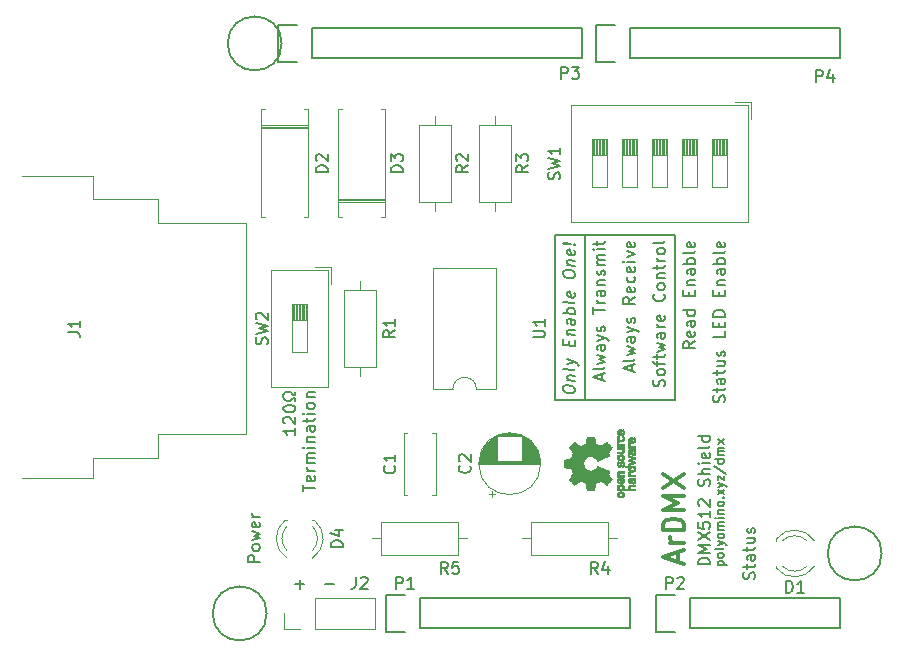
<source format=gbr>
G04 #@! TF.GenerationSoftware,KiCad,Pcbnew,(5.1.5)-3*
G04 #@! TF.CreationDate,2020-05-30T22:54:30+01:00*
G04 #@! TF.ProjectId,dmxhat,646d7868-6174-42e6-9b69-6361645f7063,rev?*
G04 #@! TF.SameCoordinates,Original*
G04 #@! TF.FileFunction,Legend,Top*
G04 #@! TF.FilePolarity,Positive*
%FSLAX46Y46*%
G04 Gerber Fmt 4.6, Leading zero omitted, Abs format (unit mm)*
G04 Created by KiCad (PCBNEW (5.1.5)-3) date 2020-05-30 22:54:30*
%MOMM*%
%LPD*%
G04 APERTURE LIST*
%ADD10C,0.150000*%
%ADD11C,0.350000*%
%ADD12C,0.120000*%
%ADD13C,0.010000*%
G04 APERTURE END LIST*
D10*
X132207047Y-121356428D02*
X132968952Y-121356428D01*
X129667047Y-121356428D02*
X130428952Y-121356428D01*
X130048000Y-121737380D02*
X130048000Y-120975476D01*
X168552761Y-120911666D02*
X168600380Y-120768809D01*
X168600380Y-120530714D01*
X168552761Y-120435476D01*
X168505142Y-120387857D01*
X168409904Y-120340238D01*
X168314666Y-120340238D01*
X168219428Y-120387857D01*
X168171809Y-120435476D01*
X168124190Y-120530714D01*
X168076571Y-120721190D01*
X168028952Y-120816428D01*
X167981333Y-120864047D01*
X167886095Y-120911666D01*
X167790857Y-120911666D01*
X167695619Y-120864047D01*
X167648000Y-120816428D01*
X167600380Y-120721190D01*
X167600380Y-120483095D01*
X167648000Y-120340238D01*
X167933714Y-120054523D02*
X167933714Y-119673571D01*
X167600380Y-119911666D02*
X168457523Y-119911666D01*
X168552761Y-119864047D01*
X168600380Y-119768809D01*
X168600380Y-119673571D01*
X168600380Y-118911666D02*
X168076571Y-118911666D01*
X167981333Y-118959285D01*
X167933714Y-119054523D01*
X167933714Y-119245000D01*
X167981333Y-119340238D01*
X168552761Y-118911666D02*
X168600380Y-119006904D01*
X168600380Y-119245000D01*
X168552761Y-119340238D01*
X168457523Y-119387857D01*
X168362285Y-119387857D01*
X168267047Y-119340238D01*
X168219428Y-119245000D01*
X168219428Y-119006904D01*
X168171809Y-118911666D01*
X167933714Y-118578333D02*
X167933714Y-118197380D01*
X167600380Y-118435476D02*
X168457523Y-118435476D01*
X168552761Y-118387857D01*
X168600380Y-118292619D01*
X168600380Y-118197380D01*
X167933714Y-117435476D02*
X168600380Y-117435476D01*
X167933714Y-117864047D02*
X168457523Y-117864047D01*
X168552761Y-117816428D01*
X168600380Y-117721190D01*
X168600380Y-117578333D01*
X168552761Y-117483095D01*
X168505142Y-117435476D01*
X168552761Y-117006904D02*
X168600380Y-116911666D01*
X168600380Y-116721190D01*
X168552761Y-116625952D01*
X168457523Y-116578333D01*
X168409904Y-116578333D01*
X168314666Y-116625952D01*
X168267047Y-116721190D01*
X168267047Y-116864047D01*
X168219428Y-116959285D01*
X168124190Y-117006904D01*
X168076571Y-117006904D01*
X167981333Y-116959285D01*
X167933714Y-116864047D01*
X167933714Y-116721190D01*
X167981333Y-116625952D01*
X126690380Y-119451190D02*
X125690380Y-119451190D01*
X125690380Y-119070238D01*
X125738000Y-118975000D01*
X125785619Y-118927380D01*
X125880857Y-118879761D01*
X126023714Y-118879761D01*
X126118952Y-118927380D01*
X126166571Y-118975000D01*
X126214190Y-119070238D01*
X126214190Y-119451190D01*
X126690380Y-118308333D02*
X126642761Y-118403571D01*
X126595142Y-118451190D01*
X126499904Y-118498809D01*
X126214190Y-118498809D01*
X126118952Y-118451190D01*
X126071333Y-118403571D01*
X126023714Y-118308333D01*
X126023714Y-118165476D01*
X126071333Y-118070238D01*
X126118952Y-118022619D01*
X126214190Y-117975000D01*
X126499904Y-117975000D01*
X126595142Y-118022619D01*
X126642761Y-118070238D01*
X126690380Y-118165476D01*
X126690380Y-118308333D01*
X126023714Y-117641666D02*
X126690380Y-117451190D01*
X126214190Y-117260714D01*
X126690380Y-117070238D01*
X126023714Y-116879761D01*
X126642761Y-116117857D02*
X126690380Y-116213095D01*
X126690380Y-116403571D01*
X126642761Y-116498809D01*
X126547523Y-116546428D01*
X126166571Y-116546428D01*
X126071333Y-116498809D01*
X126023714Y-116403571D01*
X126023714Y-116213095D01*
X126071333Y-116117857D01*
X126166571Y-116070238D01*
X126261809Y-116070238D01*
X126357047Y-116546428D01*
X126690380Y-115641666D02*
X126023714Y-115641666D01*
X126214190Y-115641666D02*
X126118952Y-115594047D01*
X126071333Y-115546428D01*
X126023714Y-115451190D01*
X126023714Y-115355952D01*
X165447285Y-119738928D02*
X166197285Y-119738928D01*
X165483000Y-119738928D02*
X165447285Y-119667500D01*
X165447285Y-119524642D01*
X165483000Y-119453214D01*
X165518714Y-119417500D01*
X165590142Y-119381785D01*
X165804428Y-119381785D01*
X165875857Y-119417500D01*
X165911571Y-119453214D01*
X165947285Y-119524642D01*
X165947285Y-119667500D01*
X165911571Y-119738928D01*
X165947285Y-118953214D02*
X165911571Y-119024642D01*
X165875857Y-119060357D01*
X165804428Y-119096071D01*
X165590142Y-119096071D01*
X165518714Y-119060357D01*
X165483000Y-119024642D01*
X165447285Y-118953214D01*
X165447285Y-118846071D01*
X165483000Y-118774642D01*
X165518714Y-118738928D01*
X165590142Y-118703214D01*
X165804428Y-118703214D01*
X165875857Y-118738928D01*
X165911571Y-118774642D01*
X165947285Y-118846071D01*
X165947285Y-118953214D01*
X165947285Y-118274642D02*
X165911571Y-118346071D01*
X165840142Y-118381785D01*
X165197285Y-118381785D01*
X165447285Y-118060357D02*
X165947285Y-117881785D01*
X165447285Y-117703214D02*
X165947285Y-117881785D01*
X166125857Y-117953214D01*
X166161571Y-117988928D01*
X166197285Y-118060357D01*
X165947285Y-117310357D02*
X165911571Y-117381785D01*
X165875857Y-117417500D01*
X165804428Y-117453214D01*
X165590142Y-117453214D01*
X165518714Y-117417500D01*
X165483000Y-117381785D01*
X165447285Y-117310357D01*
X165447285Y-117203214D01*
X165483000Y-117131785D01*
X165518714Y-117096071D01*
X165590142Y-117060357D01*
X165804428Y-117060357D01*
X165875857Y-117096071D01*
X165911571Y-117131785D01*
X165947285Y-117203214D01*
X165947285Y-117310357D01*
X165947285Y-116738928D02*
X165447285Y-116738928D01*
X165518714Y-116738928D02*
X165483000Y-116703214D01*
X165447285Y-116631785D01*
X165447285Y-116524642D01*
X165483000Y-116453214D01*
X165554428Y-116417500D01*
X165947285Y-116417500D01*
X165554428Y-116417500D02*
X165483000Y-116381785D01*
X165447285Y-116310357D01*
X165447285Y-116203214D01*
X165483000Y-116131785D01*
X165554428Y-116096071D01*
X165947285Y-116096071D01*
X165947285Y-115738928D02*
X165447285Y-115738928D01*
X165197285Y-115738928D02*
X165233000Y-115774642D01*
X165268714Y-115738928D01*
X165233000Y-115703214D01*
X165197285Y-115738928D01*
X165268714Y-115738928D01*
X165447285Y-115381785D02*
X165947285Y-115381785D01*
X165518714Y-115381785D02*
X165483000Y-115346071D01*
X165447285Y-115274642D01*
X165447285Y-115167500D01*
X165483000Y-115096071D01*
X165554428Y-115060357D01*
X165947285Y-115060357D01*
X165947285Y-114596071D02*
X165911571Y-114667500D01*
X165875857Y-114703214D01*
X165804428Y-114738928D01*
X165590142Y-114738928D01*
X165518714Y-114703214D01*
X165483000Y-114667500D01*
X165447285Y-114596071D01*
X165447285Y-114488928D01*
X165483000Y-114417500D01*
X165518714Y-114381785D01*
X165590142Y-114346071D01*
X165804428Y-114346071D01*
X165875857Y-114381785D01*
X165911571Y-114417500D01*
X165947285Y-114488928D01*
X165947285Y-114596071D01*
X165875857Y-114024642D02*
X165911571Y-113988928D01*
X165947285Y-114024642D01*
X165911571Y-114060357D01*
X165875857Y-114024642D01*
X165947285Y-114024642D01*
X165947285Y-113738928D02*
X165447285Y-113346071D01*
X165447285Y-113738928D02*
X165947285Y-113346071D01*
X165447285Y-113131785D02*
X165947285Y-112953214D01*
X165447285Y-112774642D02*
X165947285Y-112953214D01*
X166125857Y-113024642D01*
X166161571Y-113060357D01*
X166197285Y-113131785D01*
X165447285Y-112560357D02*
X165447285Y-112167500D01*
X165947285Y-112560357D01*
X165947285Y-112167500D01*
X165161571Y-111346071D02*
X166125857Y-111988928D01*
X165947285Y-110774642D02*
X165197285Y-110774642D01*
X165911571Y-110774642D02*
X165947285Y-110846071D01*
X165947285Y-110988928D01*
X165911571Y-111060357D01*
X165875857Y-111096071D01*
X165804428Y-111131785D01*
X165590142Y-111131785D01*
X165518714Y-111096071D01*
X165483000Y-111060357D01*
X165447285Y-110988928D01*
X165447285Y-110846071D01*
X165483000Y-110774642D01*
X165947285Y-110417500D02*
X165447285Y-110417500D01*
X165518714Y-110417500D02*
X165483000Y-110381785D01*
X165447285Y-110310357D01*
X165447285Y-110203214D01*
X165483000Y-110131785D01*
X165554428Y-110096071D01*
X165947285Y-110096071D01*
X165554428Y-110096071D02*
X165483000Y-110060357D01*
X165447285Y-109988928D01*
X165447285Y-109881785D01*
X165483000Y-109810357D01*
X165554428Y-109774642D01*
X165947285Y-109774642D01*
X165947285Y-109488928D02*
X165447285Y-109096071D01*
X165447285Y-109488928D02*
X165947285Y-109096071D01*
X164790380Y-119679404D02*
X163790380Y-119679404D01*
X163790380Y-119441309D01*
X163838000Y-119298452D01*
X163933238Y-119203214D01*
X164028476Y-119155595D01*
X164218952Y-119107976D01*
X164361809Y-119107976D01*
X164552285Y-119155595D01*
X164647523Y-119203214D01*
X164742761Y-119298452D01*
X164790380Y-119441309D01*
X164790380Y-119679404D01*
X164790380Y-118679404D02*
X163790380Y-118679404D01*
X164504666Y-118346071D01*
X163790380Y-118012738D01*
X164790380Y-118012738D01*
X163790380Y-117631785D02*
X164790380Y-116965119D01*
X163790380Y-116965119D02*
X164790380Y-117631785D01*
X163790380Y-116107976D02*
X163790380Y-116584166D01*
X164266571Y-116631785D01*
X164218952Y-116584166D01*
X164171333Y-116488928D01*
X164171333Y-116250833D01*
X164218952Y-116155595D01*
X164266571Y-116107976D01*
X164361809Y-116060357D01*
X164599904Y-116060357D01*
X164695142Y-116107976D01*
X164742761Y-116155595D01*
X164790380Y-116250833D01*
X164790380Y-116488928D01*
X164742761Y-116584166D01*
X164695142Y-116631785D01*
X164790380Y-115107976D02*
X164790380Y-115679404D01*
X164790380Y-115393690D02*
X163790380Y-115393690D01*
X163933238Y-115488928D01*
X164028476Y-115584166D01*
X164076095Y-115679404D01*
X163885619Y-114727023D02*
X163838000Y-114679404D01*
X163790380Y-114584166D01*
X163790380Y-114346071D01*
X163838000Y-114250833D01*
X163885619Y-114203214D01*
X163980857Y-114155595D01*
X164076095Y-114155595D01*
X164218952Y-114203214D01*
X164790380Y-114774642D01*
X164790380Y-114155595D01*
X164742761Y-113012738D02*
X164790380Y-112869880D01*
X164790380Y-112631785D01*
X164742761Y-112536547D01*
X164695142Y-112488928D01*
X164599904Y-112441309D01*
X164504666Y-112441309D01*
X164409428Y-112488928D01*
X164361809Y-112536547D01*
X164314190Y-112631785D01*
X164266571Y-112822261D01*
X164218952Y-112917500D01*
X164171333Y-112965119D01*
X164076095Y-113012738D01*
X163980857Y-113012738D01*
X163885619Y-112965119D01*
X163838000Y-112917500D01*
X163790380Y-112822261D01*
X163790380Y-112584166D01*
X163838000Y-112441309D01*
X164790380Y-112012738D02*
X163790380Y-112012738D01*
X164790380Y-111584166D02*
X164266571Y-111584166D01*
X164171333Y-111631785D01*
X164123714Y-111727023D01*
X164123714Y-111869880D01*
X164171333Y-111965119D01*
X164218952Y-112012738D01*
X164790380Y-111107976D02*
X164123714Y-111107976D01*
X163790380Y-111107976D02*
X163838000Y-111155595D01*
X163885619Y-111107976D01*
X163838000Y-111060357D01*
X163790380Y-111107976D01*
X163885619Y-111107976D01*
X164742761Y-110250833D02*
X164790380Y-110346071D01*
X164790380Y-110536547D01*
X164742761Y-110631785D01*
X164647523Y-110679404D01*
X164266571Y-110679404D01*
X164171333Y-110631785D01*
X164123714Y-110536547D01*
X164123714Y-110346071D01*
X164171333Y-110250833D01*
X164266571Y-110203214D01*
X164361809Y-110203214D01*
X164457047Y-110679404D01*
X164790380Y-109631785D02*
X164742761Y-109727023D01*
X164647523Y-109774642D01*
X163790380Y-109774642D01*
X164790380Y-108822261D02*
X163790380Y-108822261D01*
X164742761Y-108822261D02*
X164790380Y-108917500D01*
X164790380Y-109107976D01*
X164742761Y-109203214D01*
X164695142Y-109250833D01*
X164599904Y-109298452D01*
X164314190Y-109298452D01*
X164218952Y-109250833D01*
X164171333Y-109203214D01*
X164123714Y-109107976D01*
X164123714Y-108917500D01*
X164171333Y-108822261D01*
D11*
X162089666Y-119454166D02*
X162089666Y-118620833D01*
X162589666Y-119620833D02*
X160839666Y-119037500D01*
X162589666Y-118454166D01*
X162589666Y-117870833D02*
X161423000Y-117870833D01*
X161756333Y-117870833D02*
X161589666Y-117787500D01*
X161506333Y-117704166D01*
X161423000Y-117537500D01*
X161423000Y-117370833D01*
X162589666Y-116787500D02*
X160839666Y-116787500D01*
X160839666Y-116370833D01*
X160923000Y-116120833D01*
X161089666Y-115954166D01*
X161256333Y-115870833D01*
X161589666Y-115787500D01*
X161839666Y-115787500D01*
X162173000Y-115870833D01*
X162339666Y-115954166D01*
X162506333Y-116120833D01*
X162589666Y-116370833D01*
X162589666Y-116787500D01*
X162589666Y-115037500D02*
X160839666Y-115037500D01*
X162089666Y-114454166D01*
X160839666Y-113870833D01*
X162589666Y-113870833D01*
X160839666Y-113204166D02*
X162589666Y-112037500D01*
X160839666Y-112037500D02*
X162589666Y-113204166D01*
D10*
X151647234Y-105726910D02*
X161807234Y-105726910D01*
X151647234Y-91756910D02*
X151647234Y-105726910D01*
X154187234Y-91756910D02*
X151647234Y-91756910D01*
X154187234Y-91756910D02*
X154187234Y-105726910D01*
X161807234Y-91756910D02*
X154187234Y-91756910D01*
X161807234Y-91756910D02*
X161807234Y-105726910D01*
X152360380Y-104872470D02*
X152360380Y-104681994D01*
X152408000Y-104592708D01*
X152503238Y-104509375D01*
X152693714Y-104485565D01*
X153027047Y-104527232D01*
X153217523Y-104598660D01*
X153312761Y-104705803D01*
X153360380Y-104806994D01*
X153360380Y-104997470D01*
X153312761Y-105086755D01*
X153217523Y-105170089D01*
X153027047Y-105193898D01*
X152693714Y-105152232D01*
X152503238Y-105080803D01*
X152408000Y-104973660D01*
X152360380Y-104872470D01*
X152693714Y-104056994D02*
X153360380Y-104140327D01*
X152788952Y-104068898D02*
X152741333Y-104015327D01*
X152693714Y-103914136D01*
X152693714Y-103771279D01*
X152741333Y-103681994D01*
X152836571Y-103646279D01*
X153360380Y-103711755D01*
X153360380Y-103092708D02*
X153312761Y-103181994D01*
X153217523Y-103217708D01*
X152360380Y-103110565D01*
X152693714Y-102723660D02*
X153360380Y-102568898D01*
X152693714Y-102247470D02*
X153360380Y-102568898D01*
X153598476Y-102693898D01*
X153646095Y-102747470D01*
X153693714Y-102848660D01*
X152836571Y-101122470D02*
X152836571Y-100789136D01*
X153360380Y-100711755D02*
X153360380Y-101187946D01*
X152360380Y-101062946D01*
X152360380Y-100586755D01*
X152693714Y-100199851D02*
X153360380Y-100283184D01*
X152788952Y-100211755D02*
X152741333Y-100158184D01*
X152693714Y-100056994D01*
X152693714Y-99914136D01*
X152741333Y-99824851D01*
X152836571Y-99789136D01*
X153360380Y-99854613D01*
X153360380Y-98949851D02*
X152836571Y-98884375D01*
X152741333Y-98920089D01*
X152693714Y-99009375D01*
X152693714Y-99199851D01*
X152741333Y-99301041D01*
X153312761Y-98943898D02*
X153360380Y-99045089D01*
X153360380Y-99283184D01*
X153312761Y-99372470D01*
X153217523Y-99408184D01*
X153122285Y-99396279D01*
X153027047Y-99336755D01*
X152979428Y-99235565D01*
X152979428Y-98997470D01*
X152931809Y-98896279D01*
X153360380Y-98473660D02*
X152360380Y-98348660D01*
X152741333Y-98396279D02*
X152693714Y-98295089D01*
X152693714Y-98104613D01*
X152741333Y-98015327D01*
X152788952Y-97973660D01*
X152884190Y-97937946D01*
X153169904Y-97973660D01*
X153265142Y-98033184D01*
X153312761Y-98086755D01*
X153360380Y-98187946D01*
X153360380Y-98378422D01*
X153312761Y-98467708D01*
X153360380Y-97426041D02*
X153312761Y-97515327D01*
X153217523Y-97551041D01*
X152360380Y-97443898D01*
X153312761Y-96658184D02*
X153360380Y-96759375D01*
X153360380Y-96949851D01*
X153312761Y-97039136D01*
X153217523Y-97074851D01*
X152836571Y-97027232D01*
X152741333Y-96967708D01*
X152693714Y-96866517D01*
X152693714Y-96676041D01*
X152741333Y-96586755D01*
X152836571Y-96551041D01*
X152931809Y-96562946D01*
X153027047Y-97051041D01*
X152360380Y-95110565D02*
X152360380Y-94920089D01*
X152408000Y-94830803D01*
X152503238Y-94747470D01*
X152693714Y-94723660D01*
X153027047Y-94765327D01*
X153217523Y-94836755D01*
X153312761Y-94943898D01*
X153360380Y-95045089D01*
X153360380Y-95235565D01*
X153312761Y-95324851D01*
X153217523Y-95408184D01*
X153027047Y-95431994D01*
X152693714Y-95390327D01*
X152503238Y-95318898D01*
X152408000Y-95211755D01*
X152360380Y-95110565D01*
X152693714Y-94295089D02*
X153360380Y-94378422D01*
X152788952Y-94306994D02*
X152741333Y-94253422D01*
X152693714Y-94152232D01*
X152693714Y-94009375D01*
X152741333Y-93920089D01*
X152836571Y-93884375D01*
X153360380Y-93949851D01*
X153312761Y-93086755D02*
X153360380Y-93187946D01*
X153360380Y-93378422D01*
X153312761Y-93467708D01*
X153217523Y-93503422D01*
X152836571Y-93455803D01*
X152741333Y-93396279D01*
X152693714Y-93295089D01*
X152693714Y-93104613D01*
X152741333Y-93015327D01*
X152836571Y-92979613D01*
X152931809Y-92991517D01*
X153027047Y-93479613D01*
X153265142Y-92604613D02*
X153312761Y-92562946D01*
X153360380Y-92616517D01*
X153312761Y-92658184D01*
X153265142Y-92604613D01*
X153360380Y-92616517D01*
X152979428Y-92568898D02*
X152408000Y-92545089D01*
X152360380Y-92491517D01*
X152408000Y-92449851D01*
X152979428Y-92568898D01*
X152360380Y-92491517D01*
X158154666Y-103315357D02*
X158154666Y-102839166D01*
X158440380Y-103410595D02*
X157440380Y-103077261D01*
X158440380Y-102743928D01*
X158440380Y-102267738D02*
X158392761Y-102362976D01*
X158297523Y-102410595D01*
X157440380Y-102410595D01*
X157773714Y-101982023D02*
X158440380Y-101791547D01*
X157964190Y-101601071D01*
X158440380Y-101410595D01*
X157773714Y-101220119D01*
X158440380Y-100410595D02*
X157916571Y-100410595D01*
X157821333Y-100458214D01*
X157773714Y-100553452D01*
X157773714Y-100743928D01*
X157821333Y-100839166D01*
X158392761Y-100410595D02*
X158440380Y-100505833D01*
X158440380Y-100743928D01*
X158392761Y-100839166D01*
X158297523Y-100886785D01*
X158202285Y-100886785D01*
X158107047Y-100839166D01*
X158059428Y-100743928D01*
X158059428Y-100505833D01*
X158011809Y-100410595D01*
X157773714Y-100029642D02*
X158440380Y-99791547D01*
X157773714Y-99553452D02*
X158440380Y-99791547D01*
X158678476Y-99886785D01*
X158726095Y-99934404D01*
X158773714Y-100029642D01*
X158392761Y-99220119D02*
X158440380Y-99124880D01*
X158440380Y-98934404D01*
X158392761Y-98839166D01*
X158297523Y-98791547D01*
X158249904Y-98791547D01*
X158154666Y-98839166D01*
X158107047Y-98934404D01*
X158107047Y-99077261D01*
X158059428Y-99172500D01*
X157964190Y-99220119D01*
X157916571Y-99220119D01*
X157821333Y-99172500D01*
X157773714Y-99077261D01*
X157773714Y-98934404D01*
X157821333Y-98839166D01*
X158440380Y-97029642D02*
X157964190Y-97362976D01*
X158440380Y-97601071D02*
X157440380Y-97601071D01*
X157440380Y-97220119D01*
X157488000Y-97124880D01*
X157535619Y-97077261D01*
X157630857Y-97029642D01*
X157773714Y-97029642D01*
X157868952Y-97077261D01*
X157916571Y-97124880D01*
X157964190Y-97220119D01*
X157964190Y-97601071D01*
X158392761Y-96220119D02*
X158440380Y-96315357D01*
X158440380Y-96505833D01*
X158392761Y-96601071D01*
X158297523Y-96648690D01*
X157916571Y-96648690D01*
X157821333Y-96601071D01*
X157773714Y-96505833D01*
X157773714Y-96315357D01*
X157821333Y-96220119D01*
X157916571Y-96172500D01*
X158011809Y-96172500D01*
X158107047Y-96648690D01*
X158392761Y-95315357D02*
X158440380Y-95410595D01*
X158440380Y-95601071D01*
X158392761Y-95696309D01*
X158345142Y-95743928D01*
X158249904Y-95791547D01*
X157964190Y-95791547D01*
X157868952Y-95743928D01*
X157821333Y-95696309D01*
X157773714Y-95601071D01*
X157773714Y-95410595D01*
X157821333Y-95315357D01*
X158392761Y-94505833D02*
X158440380Y-94601071D01*
X158440380Y-94791547D01*
X158392761Y-94886785D01*
X158297523Y-94934404D01*
X157916571Y-94934404D01*
X157821333Y-94886785D01*
X157773714Y-94791547D01*
X157773714Y-94601071D01*
X157821333Y-94505833D01*
X157916571Y-94458214D01*
X158011809Y-94458214D01*
X158107047Y-94934404D01*
X158440380Y-94029642D02*
X157773714Y-94029642D01*
X157440380Y-94029642D02*
X157488000Y-94077261D01*
X157535619Y-94029642D01*
X157488000Y-93982023D01*
X157440380Y-94029642D01*
X157535619Y-94029642D01*
X157773714Y-93648690D02*
X158440380Y-93410595D01*
X157773714Y-93172500D01*
X158392761Y-92410595D02*
X158440380Y-92505833D01*
X158440380Y-92696309D01*
X158392761Y-92791547D01*
X158297523Y-92839166D01*
X157916571Y-92839166D01*
X157821333Y-92791547D01*
X157773714Y-92696309D01*
X157773714Y-92505833D01*
X157821333Y-92410595D01*
X157916571Y-92362976D01*
X158011809Y-92362976D01*
X158107047Y-92839166D01*
X155614666Y-104029642D02*
X155614666Y-103553452D01*
X155900380Y-104124880D02*
X154900380Y-103791547D01*
X155900380Y-103458214D01*
X155900380Y-102982023D02*
X155852761Y-103077261D01*
X155757523Y-103124880D01*
X154900380Y-103124880D01*
X155233714Y-102696309D02*
X155900380Y-102505833D01*
X155424190Y-102315357D01*
X155900380Y-102124880D01*
X155233714Y-101934404D01*
X155900380Y-101124880D02*
X155376571Y-101124880D01*
X155281333Y-101172500D01*
X155233714Y-101267738D01*
X155233714Y-101458214D01*
X155281333Y-101553452D01*
X155852761Y-101124880D02*
X155900380Y-101220119D01*
X155900380Y-101458214D01*
X155852761Y-101553452D01*
X155757523Y-101601071D01*
X155662285Y-101601071D01*
X155567047Y-101553452D01*
X155519428Y-101458214D01*
X155519428Y-101220119D01*
X155471809Y-101124880D01*
X155233714Y-100743928D02*
X155900380Y-100505833D01*
X155233714Y-100267738D02*
X155900380Y-100505833D01*
X156138476Y-100601071D01*
X156186095Y-100648690D01*
X156233714Y-100743928D01*
X155852761Y-99934404D02*
X155900380Y-99839166D01*
X155900380Y-99648690D01*
X155852761Y-99553452D01*
X155757523Y-99505833D01*
X155709904Y-99505833D01*
X155614666Y-99553452D01*
X155567047Y-99648690D01*
X155567047Y-99791547D01*
X155519428Y-99886785D01*
X155424190Y-99934404D01*
X155376571Y-99934404D01*
X155281333Y-99886785D01*
X155233714Y-99791547D01*
X155233714Y-99648690D01*
X155281333Y-99553452D01*
X154900380Y-98458214D02*
X154900380Y-97886785D01*
X155900380Y-98172500D02*
X154900380Y-98172500D01*
X155900380Y-97553452D02*
X155233714Y-97553452D01*
X155424190Y-97553452D02*
X155328952Y-97505833D01*
X155281333Y-97458214D01*
X155233714Y-97362976D01*
X155233714Y-97267738D01*
X155900380Y-96505833D02*
X155376571Y-96505833D01*
X155281333Y-96553452D01*
X155233714Y-96648690D01*
X155233714Y-96839166D01*
X155281333Y-96934404D01*
X155852761Y-96505833D02*
X155900380Y-96601071D01*
X155900380Y-96839166D01*
X155852761Y-96934404D01*
X155757523Y-96982023D01*
X155662285Y-96982023D01*
X155567047Y-96934404D01*
X155519428Y-96839166D01*
X155519428Y-96601071D01*
X155471809Y-96505833D01*
X155233714Y-96029642D02*
X155900380Y-96029642D01*
X155328952Y-96029642D02*
X155281333Y-95982023D01*
X155233714Y-95886785D01*
X155233714Y-95743928D01*
X155281333Y-95648690D01*
X155376571Y-95601071D01*
X155900380Y-95601071D01*
X155852761Y-95172500D02*
X155900380Y-95077261D01*
X155900380Y-94886785D01*
X155852761Y-94791547D01*
X155757523Y-94743928D01*
X155709904Y-94743928D01*
X155614666Y-94791547D01*
X155567047Y-94886785D01*
X155567047Y-95029642D01*
X155519428Y-95124880D01*
X155424190Y-95172500D01*
X155376571Y-95172500D01*
X155281333Y-95124880D01*
X155233714Y-95029642D01*
X155233714Y-94886785D01*
X155281333Y-94791547D01*
X155900380Y-94315357D02*
X155233714Y-94315357D01*
X155328952Y-94315357D02*
X155281333Y-94267738D01*
X155233714Y-94172500D01*
X155233714Y-94029642D01*
X155281333Y-93934404D01*
X155376571Y-93886785D01*
X155900380Y-93886785D01*
X155376571Y-93886785D02*
X155281333Y-93839166D01*
X155233714Y-93743928D01*
X155233714Y-93601071D01*
X155281333Y-93505833D01*
X155376571Y-93458214D01*
X155900380Y-93458214D01*
X155900380Y-92982023D02*
X155233714Y-92982023D01*
X154900380Y-92982023D02*
X154948000Y-93029642D01*
X154995619Y-92982023D01*
X154948000Y-92934404D01*
X154900380Y-92982023D01*
X154995619Y-92982023D01*
X155233714Y-92648690D02*
X155233714Y-92267738D01*
X154900380Y-92505833D02*
X155757523Y-92505833D01*
X155852761Y-92458214D01*
X155900380Y-92362976D01*
X155900380Y-92267738D01*
X160932761Y-104601071D02*
X160980380Y-104458214D01*
X160980380Y-104220119D01*
X160932761Y-104124880D01*
X160885142Y-104077261D01*
X160789904Y-104029642D01*
X160694666Y-104029642D01*
X160599428Y-104077261D01*
X160551809Y-104124880D01*
X160504190Y-104220119D01*
X160456571Y-104410595D01*
X160408952Y-104505833D01*
X160361333Y-104553452D01*
X160266095Y-104601071D01*
X160170857Y-104601071D01*
X160075619Y-104553452D01*
X160028000Y-104505833D01*
X159980380Y-104410595D01*
X159980380Y-104172500D01*
X160028000Y-104029642D01*
X160980380Y-103458214D02*
X160932761Y-103553452D01*
X160885142Y-103601071D01*
X160789904Y-103648690D01*
X160504190Y-103648690D01*
X160408952Y-103601071D01*
X160361333Y-103553452D01*
X160313714Y-103458214D01*
X160313714Y-103315357D01*
X160361333Y-103220119D01*
X160408952Y-103172500D01*
X160504190Y-103124880D01*
X160789904Y-103124880D01*
X160885142Y-103172500D01*
X160932761Y-103220119D01*
X160980380Y-103315357D01*
X160980380Y-103458214D01*
X160313714Y-102839166D02*
X160313714Y-102458214D01*
X160980380Y-102696309D02*
X160123238Y-102696309D01*
X160028000Y-102648690D01*
X159980380Y-102553452D01*
X159980380Y-102458214D01*
X160313714Y-102267738D02*
X160313714Y-101886785D01*
X159980380Y-102124880D02*
X160837523Y-102124880D01*
X160932761Y-102077261D01*
X160980380Y-101982023D01*
X160980380Y-101886785D01*
X160313714Y-101648690D02*
X160980380Y-101458214D01*
X160504190Y-101267738D01*
X160980380Y-101077261D01*
X160313714Y-100886785D01*
X160980380Y-100077261D02*
X160456571Y-100077261D01*
X160361333Y-100124880D01*
X160313714Y-100220119D01*
X160313714Y-100410595D01*
X160361333Y-100505833D01*
X160932761Y-100077261D02*
X160980380Y-100172500D01*
X160980380Y-100410595D01*
X160932761Y-100505833D01*
X160837523Y-100553452D01*
X160742285Y-100553452D01*
X160647047Y-100505833D01*
X160599428Y-100410595D01*
X160599428Y-100172500D01*
X160551809Y-100077261D01*
X160980380Y-99601071D02*
X160313714Y-99601071D01*
X160504190Y-99601071D02*
X160408952Y-99553452D01*
X160361333Y-99505833D01*
X160313714Y-99410595D01*
X160313714Y-99315357D01*
X160932761Y-98601071D02*
X160980380Y-98696309D01*
X160980380Y-98886785D01*
X160932761Y-98982023D01*
X160837523Y-99029642D01*
X160456571Y-99029642D01*
X160361333Y-98982023D01*
X160313714Y-98886785D01*
X160313714Y-98696309D01*
X160361333Y-98601071D01*
X160456571Y-98553452D01*
X160551809Y-98553452D01*
X160647047Y-99029642D01*
X160885142Y-96791547D02*
X160932761Y-96839166D01*
X160980380Y-96982023D01*
X160980380Y-97077261D01*
X160932761Y-97220119D01*
X160837523Y-97315357D01*
X160742285Y-97362976D01*
X160551809Y-97410595D01*
X160408952Y-97410595D01*
X160218476Y-97362976D01*
X160123238Y-97315357D01*
X160028000Y-97220119D01*
X159980380Y-97077261D01*
X159980380Y-96982023D01*
X160028000Y-96839166D01*
X160075619Y-96791547D01*
X160980380Y-96220119D02*
X160932761Y-96315357D01*
X160885142Y-96362976D01*
X160789904Y-96410595D01*
X160504190Y-96410595D01*
X160408952Y-96362976D01*
X160361333Y-96315357D01*
X160313714Y-96220119D01*
X160313714Y-96077261D01*
X160361333Y-95982023D01*
X160408952Y-95934404D01*
X160504190Y-95886785D01*
X160789904Y-95886785D01*
X160885142Y-95934404D01*
X160932761Y-95982023D01*
X160980380Y-96077261D01*
X160980380Y-96220119D01*
X160313714Y-95458214D02*
X160980380Y-95458214D01*
X160408952Y-95458214D02*
X160361333Y-95410595D01*
X160313714Y-95315357D01*
X160313714Y-95172500D01*
X160361333Y-95077261D01*
X160456571Y-95029642D01*
X160980380Y-95029642D01*
X160313714Y-94696309D02*
X160313714Y-94315357D01*
X159980380Y-94553452D02*
X160837523Y-94553452D01*
X160932761Y-94505833D01*
X160980380Y-94410595D01*
X160980380Y-94315357D01*
X160980380Y-93982023D02*
X160313714Y-93982023D01*
X160504190Y-93982023D02*
X160408952Y-93934404D01*
X160361333Y-93886785D01*
X160313714Y-93791547D01*
X160313714Y-93696309D01*
X160980380Y-93220119D02*
X160932761Y-93315357D01*
X160885142Y-93362976D01*
X160789904Y-93410595D01*
X160504190Y-93410595D01*
X160408952Y-93362976D01*
X160361333Y-93315357D01*
X160313714Y-93220119D01*
X160313714Y-93077261D01*
X160361333Y-92982023D01*
X160408952Y-92934404D01*
X160504190Y-92886785D01*
X160789904Y-92886785D01*
X160885142Y-92934404D01*
X160932761Y-92982023D01*
X160980380Y-93077261D01*
X160980380Y-93220119D01*
X160980380Y-92315357D02*
X160932761Y-92410595D01*
X160837523Y-92458214D01*
X159980380Y-92458214D01*
X163520380Y-100791547D02*
X163044190Y-101124880D01*
X163520380Y-101362976D02*
X162520380Y-101362976D01*
X162520380Y-100982023D01*
X162568000Y-100886785D01*
X162615619Y-100839166D01*
X162710857Y-100791547D01*
X162853714Y-100791547D01*
X162948952Y-100839166D01*
X162996571Y-100886785D01*
X163044190Y-100982023D01*
X163044190Y-101362976D01*
X163472761Y-99982023D02*
X163520380Y-100077261D01*
X163520380Y-100267738D01*
X163472761Y-100362976D01*
X163377523Y-100410595D01*
X162996571Y-100410595D01*
X162901333Y-100362976D01*
X162853714Y-100267738D01*
X162853714Y-100077261D01*
X162901333Y-99982023D01*
X162996571Y-99934404D01*
X163091809Y-99934404D01*
X163187047Y-100410595D01*
X163520380Y-99077261D02*
X162996571Y-99077261D01*
X162901333Y-99124880D01*
X162853714Y-99220119D01*
X162853714Y-99410595D01*
X162901333Y-99505833D01*
X163472761Y-99077261D02*
X163520380Y-99172500D01*
X163520380Y-99410595D01*
X163472761Y-99505833D01*
X163377523Y-99553452D01*
X163282285Y-99553452D01*
X163187047Y-99505833D01*
X163139428Y-99410595D01*
X163139428Y-99172500D01*
X163091809Y-99077261D01*
X163520380Y-98172500D02*
X162520380Y-98172500D01*
X163472761Y-98172500D02*
X163520380Y-98267738D01*
X163520380Y-98458214D01*
X163472761Y-98553452D01*
X163425142Y-98601071D01*
X163329904Y-98648690D01*
X163044190Y-98648690D01*
X162948952Y-98601071D01*
X162901333Y-98553452D01*
X162853714Y-98458214D01*
X162853714Y-98267738D01*
X162901333Y-98172500D01*
X162996571Y-96934404D02*
X162996571Y-96601071D01*
X163520380Y-96458214D02*
X163520380Y-96934404D01*
X162520380Y-96934404D01*
X162520380Y-96458214D01*
X162853714Y-96029642D02*
X163520380Y-96029642D01*
X162948952Y-96029642D02*
X162901333Y-95982023D01*
X162853714Y-95886785D01*
X162853714Y-95743928D01*
X162901333Y-95648690D01*
X162996571Y-95601071D01*
X163520380Y-95601071D01*
X163520380Y-94696309D02*
X162996571Y-94696309D01*
X162901333Y-94743928D01*
X162853714Y-94839166D01*
X162853714Y-95029642D01*
X162901333Y-95124880D01*
X163472761Y-94696309D02*
X163520380Y-94791547D01*
X163520380Y-95029642D01*
X163472761Y-95124880D01*
X163377523Y-95172500D01*
X163282285Y-95172500D01*
X163187047Y-95124880D01*
X163139428Y-95029642D01*
X163139428Y-94791547D01*
X163091809Y-94696309D01*
X163520380Y-94220119D02*
X162520380Y-94220119D01*
X162901333Y-94220119D02*
X162853714Y-94124880D01*
X162853714Y-93934404D01*
X162901333Y-93839166D01*
X162948952Y-93791547D01*
X163044190Y-93743928D01*
X163329904Y-93743928D01*
X163425142Y-93791547D01*
X163472761Y-93839166D01*
X163520380Y-93934404D01*
X163520380Y-94124880D01*
X163472761Y-94220119D01*
X163520380Y-93172500D02*
X163472761Y-93267738D01*
X163377523Y-93315357D01*
X162520380Y-93315357D01*
X163472761Y-92410595D02*
X163520380Y-92505833D01*
X163520380Y-92696309D01*
X163472761Y-92791547D01*
X163377523Y-92839166D01*
X162996571Y-92839166D01*
X162901333Y-92791547D01*
X162853714Y-92696309D01*
X162853714Y-92505833D01*
X162901333Y-92410595D01*
X162996571Y-92362976D01*
X163091809Y-92362976D01*
X163187047Y-92839166D01*
X166012761Y-105934404D02*
X166060380Y-105791547D01*
X166060380Y-105553452D01*
X166012761Y-105458214D01*
X165965142Y-105410595D01*
X165869904Y-105362976D01*
X165774666Y-105362976D01*
X165679428Y-105410595D01*
X165631809Y-105458214D01*
X165584190Y-105553452D01*
X165536571Y-105743928D01*
X165488952Y-105839166D01*
X165441333Y-105886785D01*
X165346095Y-105934404D01*
X165250857Y-105934404D01*
X165155619Y-105886785D01*
X165108000Y-105839166D01*
X165060380Y-105743928D01*
X165060380Y-105505833D01*
X165108000Y-105362976D01*
X165393714Y-105077261D02*
X165393714Y-104696309D01*
X165060380Y-104934404D02*
X165917523Y-104934404D01*
X166012761Y-104886785D01*
X166060380Y-104791547D01*
X166060380Y-104696309D01*
X166060380Y-103934404D02*
X165536571Y-103934404D01*
X165441333Y-103982023D01*
X165393714Y-104077261D01*
X165393714Y-104267738D01*
X165441333Y-104362976D01*
X166012761Y-103934404D02*
X166060380Y-104029642D01*
X166060380Y-104267738D01*
X166012761Y-104362976D01*
X165917523Y-104410595D01*
X165822285Y-104410595D01*
X165727047Y-104362976D01*
X165679428Y-104267738D01*
X165679428Y-104029642D01*
X165631809Y-103934404D01*
X165393714Y-103601071D02*
X165393714Y-103220119D01*
X165060380Y-103458214D02*
X165917523Y-103458214D01*
X166012761Y-103410595D01*
X166060380Y-103315357D01*
X166060380Y-103220119D01*
X165393714Y-102458214D02*
X166060380Y-102458214D01*
X165393714Y-102886785D02*
X165917523Y-102886785D01*
X166012761Y-102839166D01*
X166060380Y-102743928D01*
X166060380Y-102601071D01*
X166012761Y-102505833D01*
X165965142Y-102458214D01*
X166012761Y-102029642D02*
X166060380Y-101934404D01*
X166060380Y-101743928D01*
X166012761Y-101648690D01*
X165917523Y-101601071D01*
X165869904Y-101601071D01*
X165774666Y-101648690D01*
X165727047Y-101743928D01*
X165727047Y-101886785D01*
X165679428Y-101982023D01*
X165584190Y-102029642D01*
X165536571Y-102029642D01*
X165441333Y-101982023D01*
X165393714Y-101886785D01*
X165393714Y-101743928D01*
X165441333Y-101648690D01*
X166060380Y-99934404D02*
X166060380Y-100410595D01*
X165060380Y-100410595D01*
X165536571Y-99601071D02*
X165536571Y-99267738D01*
X166060380Y-99124880D02*
X166060380Y-99601071D01*
X165060380Y-99601071D01*
X165060380Y-99124880D01*
X166060380Y-98696309D02*
X165060380Y-98696309D01*
X165060380Y-98458214D01*
X165108000Y-98315357D01*
X165203238Y-98220119D01*
X165298476Y-98172500D01*
X165488952Y-98124880D01*
X165631809Y-98124880D01*
X165822285Y-98172500D01*
X165917523Y-98220119D01*
X166012761Y-98315357D01*
X166060380Y-98458214D01*
X166060380Y-98696309D01*
X165536571Y-96934404D02*
X165536571Y-96601071D01*
X166060380Y-96458214D02*
X166060380Y-96934404D01*
X165060380Y-96934404D01*
X165060380Y-96458214D01*
X165393714Y-96029642D02*
X166060380Y-96029642D01*
X165488952Y-96029642D02*
X165441333Y-95982023D01*
X165393714Y-95886785D01*
X165393714Y-95743928D01*
X165441333Y-95648690D01*
X165536571Y-95601071D01*
X166060380Y-95601071D01*
X166060380Y-94696309D02*
X165536571Y-94696309D01*
X165441333Y-94743928D01*
X165393714Y-94839166D01*
X165393714Y-95029642D01*
X165441333Y-95124880D01*
X166012761Y-94696309D02*
X166060380Y-94791547D01*
X166060380Y-95029642D01*
X166012761Y-95124880D01*
X165917523Y-95172500D01*
X165822285Y-95172500D01*
X165727047Y-95124880D01*
X165679428Y-95029642D01*
X165679428Y-94791547D01*
X165631809Y-94696309D01*
X166060380Y-94220119D02*
X165060380Y-94220119D01*
X165441333Y-94220119D02*
X165393714Y-94124880D01*
X165393714Y-93934404D01*
X165441333Y-93839166D01*
X165488952Y-93791547D01*
X165584190Y-93743928D01*
X165869904Y-93743928D01*
X165965142Y-93791547D01*
X166012761Y-93839166D01*
X166060380Y-93934404D01*
X166060380Y-94124880D01*
X166012761Y-94220119D01*
X166060380Y-93172500D02*
X166012761Y-93267738D01*
X165917523Y-93315357D01*
X165060380Y-93315357D01*
X166012761Y-92410595D02*
X166060380Y-92505833D01*
X166060380Y-92696309D01*
X166012761Y-92791547D01*
X165917523Y-92839166D01*
X165536571Y-92839166D01*
X165441333Y-92791547D01*
X165393714Y-92696309D01*
X165393714Y-92505833D01*
X165441333Y-92410595D01*
X165536571Y-92362976D01*
X165631809Y-92362976D01*
X165727047Y-92839166D01*
X129675380Y-108110595D02*
X129675380Y-108682023D01*
X129675380Y-108396309D02*
X128675380Y-108396309D01*
X128818238Y-108491547D01*
X128913476Y-108586785D01*
X128961095Y-108682023D01*
X128770619Y-107729642D02*
X128723000Y-107682023D01*
X128675380Y-107586785D01*
X128675380Y-107348690D01*
X128723000Y-107253452D01*
X128770619Y-107205833D01*
X128865857Y-107158214D01*
X128961095Y-107158214D01*
X129103952Y-107205833D01*
X129675380Y-107777261D01*
X129675380Y-107158214D01*
X128675380Y-106539166D02*
X128675380Y-106443928D01*
X128723000Y-106348690D01*
X128770619Y-106301071D01*
X128865857Y-106253452D01*
X129056333Y-106205833D01*
X129294428Y-106205833D01*
X129484904Y-106253452D01*
X129580142Y-106301071D01*
X129627761Y-106348690D01*
X129675380Y-106443928D01*
X129675380Y-106539166D01*
X129627761Y-106634404D01*
X129580142Y-106682023D01*
X129484904Y-106729642D01*
X129294428Y-106777261D01*
X129056333Y-106777261D01*
X128865857Y-106729642D01*
X128770619Y-106682023D01*
X128723000Y-106634404D01*
X128675380Y-106539166D01*
X129675380Y-105824880D02*
X129675380Y-105586785D01*
X129484904Y-105586785D01*
X129437285Y-105682023D01*
X129342047Y-105777261D01*
X129199190Y-105824880D01*
X128961095Y-105824880D01*
X128818238Y-105777261D01*
X128723000Y-105682023D01*
X128675380Y-105539166D01*
X128675380Y-105348690D01*
X128723000Y-105205833D01*
X128818238Y-105110595D01*
X128961095Y-105062976D01*
X129199190Y-105062976D01*
X129342047Y-105110595D01*
X129437285Y-105205833D01*
X129484904Y-105301071D01*
X129675380Y-105301071D01*
X129675380Y-105062976D01*
X130325380Y-113491547D02*
X130325380Y-112920119D01*
X131325380Y-113205833D02*
X130325380Y-113205833D01*
X131277761Y-112205833D02*
X131325380Y-112301071D01*
X131325380Y-112491547D01*
X131277761Y-112586785D01*
X131182523Y-112634404D01*
X130801571Y-112634404D01*
X130706333Y-112586785D01*
X130658714Y-112491547D01*
X130658714Y-112301071D01*
X130706333Y-112205833D01*
X130801571Y-112158214D01*
X130896809Y-112158214D01*
X130992047Y-112634404D01*
X131325380Y-111729642D02*
X130658714Y-111729642D01*
X130849190Y-111729642D02*
X130753952Y-111682023D01*
X130706333Y-111634404D01*
X130658714Y-111539166D01*
X130658714Y-111443928D01*
X131325380Y-111110595D02*
X130658714Y-111110595D01*
X130753952Y-111110595D02*
X130706333Y-111062976D01*
X130658714Y-110967738D01*
X130658714Y-110824880D01*
X130706333Y-110729642D01*
X130801571Y-110682023D01*
X131325380Y-110682023D01*
X130801571Y-110682023D02*
X130706333Y-110634404D01*
X130658714Y-110539166D01*
X130658714Y-110396309D01*
X130706333Y-110301071D01*
X130801571Y-110253452D01*
X131325380Y-110253452D01*
X131325380Y-109777261D02*
X130658714Y-109777261D01*
X130325380Y-109777261D02*
X130373000Y-109824880D01*
X130420619Y-109777261D01*
X130373000Y-109729642D01*
X130325380Y-109777261D01*
X130420619Y-109777261D01*
X130658714Y-109301071D02*
X131325380Y-109301071D01*
X130753952Y-109301071D02*
X130706333Y-109253452D01*
X130658714Y-109158214D01*
X130658714Y-109015357D01*
X130706333Y-108920119D01*
X130801571Y-108872500D01*
X131325380Y-108872500D01*
X131325380Y-107967738D02*
X130801571Y-107967738D01*
X130706333Y-108015357D01*
X130658714Y-108110595D01*
X130658714Y-108301071D01*
X130706333Y-108396309D01*
X131277761Y-107967738D02*
X131325380Y-108062976D01*
X131325380Y-108301071D01*
X131277761Y-108396309D01*
X131182523Y-108443928D01*
X131087285Y-108443928D01*
X130992047Y-108396309D01*
X130944428Y-108301071D01*
X130944428Y-108062976D01*
X130896809Y-107967738D01*
X130658714Y-107634404D02*
X130658714Y-107253452D01*
X130325380Y-107491547D02*
X131182523Y-107491547D01*
X131277761Y-107443928D01*
X131325380Y-107348690D01*
X131325380Y-107253452D01*
X131325380Y-106920119D02*
X130658714Y-106920119D01*
X130325380Y-106920119D02*
X130373000Y-106967738D01*
X130420619Y-106920119D01*
X130373000Y-106872500D01*
X130325380Y-106920119D01*
X130420619Y-106920119D01*
X131325380Y-106301071D02*
X131277761Y-106396309D01*
X131230142Y-106443928D01*
X131134904Y-106491547D01*
X130849190Y-106491547D01*
X130753952Y-106443928D01*
X130706333Y-106396309D01*
X130658714Y-106301071D01*
X130658714Y-106158214D01*
X130706333Y-106062976D01*
X130753952Y-106015357D01*
X130849190Y-105967738D01*
X131134904Y-105967738D01*
X131230142Y-106015357D01*
X131277761Y-106062976D01*
X131325380Y-106158214D01*
X131325380Y-106301071D01*
X130658714Y-105539166D02*
X131325380Y-105539166D01*
X130753952Y-105539166D02*
X130706333Y-105491547D01*
X130658714Y-105396309D01*
X130658714Y-105253452D01*
X130706333Y-105158214D01*
X130801571Y-105110595D01*
X131325380Y-105110595D01*
D12*
X128718000Y-125155000D02*
X128718000Y-123825000D01*
X130048000Y-125155000D02*
X128718000Y-125155000D01*
X131318000Y-125155000D02*
X131318000Y-122495000D01*
X131318000Y-122495000D02*
X136458000Y-122495000D01*
X131318000Y-125155000D02*
X136458000Y-125155000D01*
X136458000Y-125155000D02*
X136458000Y-122495000D01*
X128968000Y-115915000D02*
X128812000Y-115915000D01*
X131284000Y-115915000D02*
X131128000Y-115915000D01*
X128968163Y-118516130D02*
G75*
G02X128968000Y-116434039I1079837J1041130D01*
G01*
X131127837Y-118516130D02*
G75*
G03X131128000Y-116434039I-1079837J1041130D01*
G01*
X128969392Y-119147335D02*
G75*
G02X128812484Y-115915000I1078608J1672335D01*
G01*
X131126608Y-119147335D02*
G75*
G03X131283516Y-115915000I-1078608J1672335D01*
G01*
X136168000Y-117475000D02*
X136938000Y-117475000D01*
X144248000Y-117475000D02*
X143478000Y-117475000D01*
X136938000Y-118845000D02*
X143478000Y-118845000D01*
X136938000Y-116105000D02*
X136938000Y-118845000D01*
X143478000Y-116105000D02*
X136938000Y-116105000D01*
X143478000Y-118845000D02*
X143478000Y-116105000D01*
X118038000Y-108615000D02*
X125538000Y-108615000D01*
X118038000Y-108615000D02*
X118038000Y-110665000D01*
X112538000Y-110665000D02*
X118038000Y-110665000D01*
X125538000Y-108615000D02*
X125538000Y-90775000D01*
X118038000Y-90775000D02*
X125538000Y-90775000D01*
X118038000Y-90775000D02*
X118038000Y-88725000D01*
X112538000Y-88725000D02*
X118038000Y-88725000D01*
X112538000Y-86775000D02*
X112538000Y-88725000D01*
X112538000Y-110665000D02*
X112538000Y-112315000D01*
X106558000Y-112315000D02*
X112538000Y-112315000D01*
X106558000Y-86775000D02*
X112538000Y-86775000D01*
D13*
G36*
X152738018Y-110748036D02*
G01*
X153039570Y-110691188D01*
X153212512Y-110271662D01*
X153041395Y-110020016D01*
X152993750Y-109949542D01*
X152951210Y-109885837D01*
X152915715Y-109831874D01*
X152889210Y-109790627D01*
X152873636Y-109765066D01*
X152870278Y-109758105D01*
X152878914Y-109745565D01*
X152902792Y-109718769D01*
X152938859Y-109680720D01*
X152984067Y-109634421D01*
X153035364Y-109582877D01*
X153089701Y-109529091D01*
X153144028Y-109476065D01*
X153195295Y-109426805D01*
X153240451Y-109384313D01*
X153276446Y-109351593D01*
X153300230Y-109331649D01*
X153308190Y-109326881D01*
X153322865Y-109333743D01*
X153355014Y-109352980D01*
X153401492Y-109382570D01*
X153459156Y-109420490D01*
X153524860Y-109464718D01*
X153562336Y-109490346D01*
X153630768Y-109537059D01*
X153692520Y-109578568D01*
X153744519Y-109612860D01*
X153783692Y-109637920D01*
X153806965Y-109651736D01*
X153811855Y-109653812D01*
X153825755Y-109649105D01*
X153858150Y-109636277D01*
X153904485Y-109617262D01*
X153960206Y-109593997D01*
X154020758Y-109568416D01*
X154081586Y-109542455D01*
X154138136Y-109518050D01*
X154185852Y-109497137D01*
X154220181Y-109481651D01*
X154236568Y-109473528D01*
X154237212Y-109473048D01*
X154240341Y-109460293D01*
X154247321Y-109426323D01*
X154257467Y-109374660D01*
X154270092Y-109308824D01*
X154284509Y-109232336D01*
X154292823Y-109187710D01*
X154308384Y-109105979D01*
X154323192Y-109032157D01*
X154336436Y-108969979D01*
X154347305Y-108923178D01*
X154354989Y-108895491D01*
X154357427Y-108889926D01*
X154373930Y-108884474D01*
X154411200Y-108880076D01*
X154464880Y-108876728D01*
X154530612Y-108874426D01*
X154604037Y-108873168D01*
X154680796Y-108872952D01*
X154756532Y-108873773D01*
X154826886Y-108875629D01*
X154887500Y-108878518D01*
X154934016Y-108882435D01*
X154962075Y-108887378D01*
X154967916Y-108890343D01*
X154974917Y-108908066D01*
X154984927Y-108945619D01*
X154996769Y-108998036D01*
X155009267Y-109060348D01*
X155013310Y-109082100D01*
X155032520Y-109186976D01*
X155047991Y-109269820D01*
X155060337Y-109333370D01*
X155070173Y-109380363D01*
X155078114Y-109413537D01*
X155084776Y-109435629D01*
X155090773Y-109449376D01*
X155096719Y-109457516D01*
X155097894Y-109458655D01*
X155116826Y-109470023D01*
X155153669Y-109487365D01*
X155203913Y-109508950D01*
X155263046Y-109533046D01*
X155326556Y-109557921D01*
X155389932Y-109581843D01*
X155448662Y-109603081D01*
X155498235Y-109619903D01*
X155534139Y-109630578D01*
X155551862Y-109633373D01*
X155552483Y-109633140D01*
X155566970Y-109623669D01*
X155598844Y-109602182D01*
X155644789Y-109570937D01*
X155701485Y-109532193D01*
X155765617Y-109488207D01*
X155783842Y-109475681D01*
X155849914Y-109431016D01*
X155910200Y-109391712D01*
X155961235Y-109359912D01*
X155999560Y-109337755D01*
X156021711Y-109327383D01*
X156024432Y-109326881D01*
X156038736Y-109335595D01*
X156067072Y-109359675D01*
X156106396Y-109396024D01*
X156153661Y-109441547D01*
X156205823Y-109493148D01*
X156259835Y-109547733D01*
X156312653Y-109602206D01*
X156361231Y-109653471D01*
X156402523Y-109698433D01*
X156433485Y-109733996D01*
X156451070Y-109757065D01*
X156453941Y-109763446D01*
X156447178Y-109778301D01*
X156428939Y-109808714D01*
X156402297Y-109849732D01*
X156380852Y-109881291D01*
X156341503Y-109938475D01*
X156295171Y-110006194D01*
X156248913Y-110074120D01*
X156224155Y-110110639D01*
X156140547Y-110234248D01*
X156196650Y-110338009D01*
X156221228Y-110385280D01*
X156240331Y-110425477D01*
X156251227Y-110452674D01*
X156252743Y-110459598D01*
X156241549Y-110467923D01*
X156209917Y-110484346D01*
X156160765Y-110507643D01*
X156097010Y-110536586D01*
X156021571Y-110569950D01*
X155937364Y-110606509D01*
X155847308Y-110645036D01*
X155754321Y-110684306D01*
X155661320Y-110723092D01*
X155571223Y-110760170D01*
X155486948Y-110794311D01*
X155411413Y-110824292D01*
X155347534Y-110848884D01*
X155298231Y-110866864D01*
X155266421Y-110877003D01*
X155255496Y-110878634D01*
X155241561Y-110865709D01*
X155218940Y-110837411D01*
X155192333Y-110799654D01*
X155190228Y-110796485D01*
X155112114Y-110698900D01*
X155020982Y-110620214D01*
X154919745Y-110561109D01*
X154811318Y-110522268D01*
X154698614Y-110504372D01*
X154584548Y-110508103D01*
X154472034Y-110534143D01*
X154363985Y-110583175D01*
X154340345Y-110597600D01*
X154244887Y-110672631D01*
X154168232Y-110761270D01*
X154110780Y-110860451D01*
X154072929Y-110967105D01*
X154055078Y-111078164D01*
X154057625Y-111190561D01*
X154080970Y-111301227D01*
X154125510Y-111407094D01*
X154191645Y-111505095D01*
X154218487Y-111535410D01*
X154302512Y-111612562D01*
X154390966Y-111668782D01*
X154490115Y-111707347D01*
X154588303Y-111728826D01*
X154698697Y-111734128D01*
X154809640Y-111716448D01*
X154917381Y-111677581D01*
X155018169Y-111619323D01*
X155108256Y-111543469D01*
X155183892Y-111451817D01*
X155191864Y-111439772D01*
X155217974Y-111401611D01*
X155240595Y-111372601D01*
X155255039Y-111358732D01*
X155255496Y-111358531D01*
X155271121Y-111361508D01*
X155306582Y-111373311D01*
X155358962Y-111392714D01*
X155425345Y-111418488D01*
X155502814Y-111449409D01*
X155588450Y-111484249D01*
X155679337Y-111521783D01*
X155772559Y-111560783D01*
X155865197Y-111600023D01*
X155954335Y-111638276D01*
X156037055Y-111674317D01*
X156110441Y-111706917D01*
X156171575Y-111734852D01*
X156217541Y-111756895D01*
X156245421Y-111771818D01*
X156252743Y-111777828D01*
X156247041Y-111796191D01*
X156231749Y-111830552D01*
X156209599Y-111874984D01*
X156196650Y-111899417D01*
X156140547Y-112003178D01*
X156224155Y-112126787D01*
X156266987Y-112189886D01*
X156314122Y-112258970D01*
X156358503Y-112323707D01*
X156380852Y-112356134D01*
X156411477Y-112401741D01*
X156435747Y-112440360D01*
X156450587Y-112466952D01*
X156453724Y-112475590D01*
X156445261Y-112488161D01*
X156421636Y-112515984D01*
X156385302Y-112556361D01*
X156338711Y-112606595D01*
X156284317Y-112663988D01*
X156249392Y-112700286D01*
X156186996Y-112763790D01*
X156131188Y-112818673D01*
X156084354Y-112862714D01*
X156048882Y-112893695D01*
X156027161Y-112909398D01*
X156022752Y-112910905D01*
X156005985Y-112903914D01*
X155972082Y-112884594D01*
X155924476Y-112855091D01*
X155866599Y-112817545D01*
X155801884Y-112774100D01*
X155783842Y-112761745D01*
X155718267Y-112716727D01*
X155659228Y-112676340D01*
X155610042Y-112642840D01*
X155574028Y-112618486D01*
X155554502Y-112605536D01*
X155552483Y-112604285D01*
X155536922Y-112606156D01*
X155502709Y-112616087D01*
X155454355Y-112632347D01*
X155396371Y-112653205D01*
X155333270Y-112676927D01*
X155269563Y-112701784D01*
X155209761Y-112726042D01*
X155158376Y-112747971D01*
X155119919Y-112765838D01*
X155098902Y-112777913D01*
X155097894Y-112778771D01*
X155091888Y-112786154D01*
X155085948Y-112798625D01*
X155079460Y-112818920D01*
X155071809Y-112849778D01*
X155062380Y-112893934D01*
X155050559Y-112954126D01*
X155035729Y-113033093D01*
X155017277Y-113133570D01*
X155013310Y-113155325D01*
X155000853Y-113219802D01*
X154988666Y-113276011D01*
X154977926Y-113318987D01*
X154969809Y-113343760D01*
X154967916Y-113347082D01*
X154951138Y-113352556D01*
X154913645Y-113357006D01*
X154859794Y-113360428D01*
X154793944Y-113362819D01*
X154720453Y-113364177D01*
X154643680Y-113364499D01*
X154567983Y-113363781D01*
X154497720Y-113362021D01*
X154437250Y-113359216D01*
X154390930Y-113355362D01*
X154363119Y-113350457D01*
X154357427Y-113347500D01*
X154351686Y-113331037D01*
X154342345Y-113293551D01*
X154330215Y-113238775D01*
X154316107Y-113170445D01*
X154300830Y-113092294D01*
X154292823Y-113049716D01*
X154277721Y-112968929D01*
X154264040Y-112896887D01*
X154252467Y-112837111D01*
X154243687Y-112793121D01*
X154238387Y-112768439D01*
X154237212Y-112764377D01*
X154223965Y-112757511D01*
X154192057Y-112742998D01*
X154146047Y-112722771D01*
X154090492Y-112698766D01*
X154029953Y-112672918D01*
X153968986Y-112647160D01*
X153912151Y-112623427D01*
X153864006Y-112603654D01*
X153829110Y-112589776D01*
X153812021Y-112583726D01*
X153811274Y-112583614D01*
X153797793Y-112590472D01*
X153766770Y-112609698D01*
X153721289Y-112639272D01*
X153664432Y-112677173D01*
X153599283Y-112721380D01*
X153561862Y-112747079D01*
X153493247Y-112793907D01*
X153430952Y-112835499D01*
X153378129Y-112869825D01*
X153337927Y-112894857D01*
X153313500Y-112908565D01*
X153308024Y-112910544D01*
X153295278Y-112902034D01*
X153268063Y-112878507D01*
X153229428Y-112842968D01*
X153182423Y-112798423D01*
X153130095Y-112747877D01*
X153075495Y-112694336D01*
X153021670Y-112640805D01*
X152971670Y-112590289D01*
X152928543Y-112545794D01*
X152895339Y-112510325D01*
X152875106Y-112486887D01*
X152870278Y-112479046D01*
X152877067Y-112466280D01*
X152896142Y-112435744D01*
X152925561Y-112390410D01*
X152963381Y-112333244D01*
X153007661Y-112267216D01*
X153041395Y-112217410D01*
X153212512Y-111965764D01*
X153126041Y-111756001D01*
X153039570Y-111546237D01*
X152738018Y-111489389D01*
X152436466Y-111432540D01*
X152436466Y-110804885D01*
X152738018Y-110748036D01*
G37*
X152738018Y-110748036D02*
X153039570Y-110691188D01*
X153212512Y-110271662D01*
X153041395Y-110020016D01*
X152993750Y-109949542D01*
X152951210Y-109885837D01*
X152915715Y-109831874D01*
X152889210Y-109790627D01*
X152873636Y-109765066D01*
X152870278Y-109758105D01*
X152878914Y-109745565D01*
X152902792Y-109718769D01*
X152938859Y-109680720D01*
X152984067Y-109634421D01*
X153035364Y-109582877D01*
X153089701Y-109529091D01*
X153144028Y-109476065D01*
X153195295Y-109426805D01*
X153240451Y-109384313D01*
X153276446Y-109351593D01*
X153300230Y-109331649D01*
X153308190Y-109326881D01*
X153322865Y-109333743D01*
X153355014Y-109352980D01*
X153401492Y-109382570D01*
X153459156Y-109420490D01*
X153524860Y-109464718D01*
X153562336Y-109490346D01*
X153630768Y-109537059D01*
X153692520Y-109578568D01*
X153744519Y-109612860D01*
X153783692Y-109637920D01*
X153806965Y-109651736D01*
X153811855Y-109653812D01*
X153825755Y-109649105D01*
X153858150Y-109636277D01*
X153904485Y-109617262D01*
X153960206Y-109593997D01*
X154020758Y-109568416D01*
X154081586Y-109542455D01*
X154138136Y-109518050D01*
X154185852Y-109497137D01*
X154220181Y-109481651D01*
X154236568Y-109473528D01*
X154237212Y-109473048D01*
X154240341Y-109460293D01*
X154247321Y-109426323D01*
X154257467Y-109374660D01*
X154270092Y-109308824D01*
X154284509Y-109232336D01*
X154292823Y-109187710D01*
X154308384Y-109105979D01*
X154323192Y-109032157D01*
X154336436Y-108969979D01*
X154347305Y-108923178D01*
X154354989Y-108895491D01*
X154357427Y-108889926D01*
X154373930Y-108884474D01*
X154411200Y-108880076D01*
X154464880Y-108876728D01*
X154530612Y-108874426D01*
X154604037Y-108873168D01*
X154680796Y-108872952D01*
X154756532Y-108873773D01*
X154826886Y-108875629D01*
X154887500Y-108878518D01*
X154934016Y-108882435D01*
X154962075Y-108887378D01*
X154967916Y-108890343D01*
X154974917Y-108908066D01*
X154984927Y-108945619D01*
X154996769Y-108998036D01*
X155009267Y-109060348D01*
X155013310Y-109082100D01*
X155032520Y-109186976D01*
X155047991Y-109269820D01*
X155060337Y-109333370D01*
X155070173Y-109380363D01*
X155078114Y-109413537D01*
X155084776Y-109435629D01*
X155090773Y-109449376D01*
X155096719Y-109457516D01*
X155097894Y-109458655D01*
X155116826Y-109470023D01*
X155153669Y-109487365D01*
X155203913Y-109508950D01*
X155263046Y-109533046D01*
X155326556Y-109557921D01*
X155389932Y-109581843D01*
X155448662Y-109603081D01*
X155498235Y-109619903D01*
X155534139Y-109630578D01*
X155551862Y-109633373D01*
X155552483Y-109633140D01*
X155566970Y-109623669D01*
X155598844Y-109602182D01*
X155644789Y-109570937D01*
X155701485Y-109532193D01*
X155765617Y-109488207D01*
X155783842Y-109475681D01*
X155849914Y-109431016D01*
X155910200Y-109391712D01*
X155961235Y-109359912D01*
X155999560Y-109337755D01*
X156021711Y-109327383D01*
X156024432Y-109326881D01*
X156038736Y-109335595D01*
X156067072Y-109359675D01*
X156106396Y-109396024D01*
X156153661Y-109441547D01*
X156205823Y-109493148D01*
X156259835Y-109547733D01*
X156312653Y-109602206D01*
X156361231Y-109653471D01*
X156402523Y-109698433D01*
X156433485Y-109733996D01*
X156451070Y-109757065D01*
X156453941Y-109763446D01*
X156447178Y-109778301D01*
X156428939Y-109808714D01*
X156402297Y-109849732D01*
X156380852Y-109881291D01*
X156341503Y-109938475D01*
X156295171Y-110006194D01*
X156248913Y-110074120D01*
X156224155Y-110110639D01*
X156140547Y-110234248D01*
X156196650Y-110338009D01*
X156221228Y-110385280D01*
X156240331Y-110425477D01*
X156251227Y-110452674D01*
X156252743Y-110459598D01*
X156241549Y-110467923D01*
X156209917Y-110484346D01*
X156160765Y-110507643D01*
X156097010Y-110536586D01*
X156021571Y-110569950D01*
X155937364Y-110606509D01*
X155847308Y-110645036D01*
X155754321Y-110684306D01*
X155661320Y-110723092D01*
X155571223Y-110760170D01*
X155486948Y-110794311D01*
X155411413Y-110824292D01*
X155347534Y-110848884D01*
X155298231Y-110866864D01*
X155266421Y-110877003D01*
X155255496Y-110878634D01*
X155241561Y-110865709D01*
X155218940Y-110837411D01*
X155192333Y-110799654D01*
X155190228Y-110796485D01*
X155112114Y-110698900D01*
X155020982Y-110620214D01*
X154919745Y-110561109D01*
X154811318Y-110522268D01*
X154698614Y-110504372D01*
X154584548Y-110508103D01*
X154472034Y-110534143D01*
X154363985Y-110583175D01*
X154340345Y-110597600D01*
X154244887Y-110672631D01*
X154168232Y-110761270D01*
X154110780Y-110860451D01*
X154072929Y-110967105D01*
X154055078Y-111078164D01*
X154057625Y-111190561D01*
X154080970Y-111301227D01*
X154125510Y-111407094D01*
X154191645Y-111505095D01*
X154218487Y-111535410D01*
X154302512Y-111612562D01*
X154390966Y-111668782D01*
X154490115Y-111707347D01*
X154588303Y-111728826D01*
X154698697Y-111734128D01*
X154809640Y-111716448D01*
X154917381Y-111677581D01*
X155018169Y-111619323D01*
X155108256Y-111543469D01*
X155183892Y-111451817D01*
X155191864Y-111439772D01*
X155217974Y-111401611D01*
X155240595Y-111372601D01*
X155255039Y-111358732D01*
X155255496Y-111358531D01*
X155271121Y-111361508D01*
X155306582Y-111373311D01*
X155358962Y-111392714D01*
X155425345Y-111418488D01*
X155502814Y-111449409D01*
X155588450Y-111484249D01*
X155679337Y-111521783D01*
X155772559Y-111560783D01*
X155865197Y-111600023D01*
X155954335Y-111638276D01*
X156037055Y-111674317D01*
X156110441Y-111706917D01*
X156171575Y-111734852D01*
X156217541Y-111756895D01*
X156245421Y-111771818D01*
X156252743Y-111777828D01*
X156247041Y-111796191D01*
X156231749Y-111830552D01*
X156209599Y-111874984D01*
X156196650Y-111899417D01*
X156140547Y-112003178D01*
X156224155Y-112126787D01*
X156266987Y-112189886D01*
X156314122Y-112258970D01*
X156358503Y-112323707D01*
X156380852Y-112356134D01*
X156411477Y-112401741D01*
X156435747Y-112440360D01*
X156450587Y-112466952D01*
X156453724Y-112475590D01*
X156445261Y-112488161D01*
X156421636Y-112515984D01*
X156385302Y-112556361D01*
X156338711Y-112606595D01*
X156284317Y-112663988D01*
X156249392Y-112700286D01*
X156186996Y-112763790D01*
X156131188Y-112818673D01*
X156084354Y-112862714D01*
X156048882Y-112893695D01*
X156027161Y-112909398D01*
X156022752Y-112910905D01*
X156005985Y-112903914D01*
X155972082Y-112884594D01*
X155924476Y-112855091D01*
X155866599Y-112817545D01*
X155801884Y-112774100D01*
X155783842Y-112761745D01*
X155718267Y-112716727D01*
X155659228Y-112676340D01*
X155610042Y-112642840D01*
X155574028Y-112618486D01*
X155554502Y-112605536D01*
X155552483Y-112604285D01*
X155536922Y-112606156D01*
X155502709Y-112616087D01*
X155454355Y-112632347D01*
X155396371Y-112653205D01*
X155333270Y-112676927D01*
X155269563Y-112701784D01*
X155209761Y-112726042D01*
X155158376Y-112747971D01*
X155119919Y-112765838D01*
X155098902Y-112777913D01*
X155097894Y-112778771D01*
X155091888Y-112786154D01*
X155085948Y-112798625D01*
X155079460Y-112818920D01*
X155071809Y-112849778D01*
X155062380Y-112893934D01*
X155050559Y-112954126D01*
X155035729Y-113033093D01*
X155017277Y-113133570D01*
X155013310Y-113155325D01*
X155000853Y-113219802D01*
X154988666Y-113276011D01*
X154977926Y-113318987D01*
X154969809Y-113343760D01*
X154967916Y-113347082D01*
X154951138Y-113352556D01*
X154913645Y-113357006D01*
X154859794Y-113360428D01*
X154793944Y-113362819D01*
X154720453Y-113364177D01*
X154643680Y-113364499D01*
X154567983Y-113363781D01*
X154497720Y-113362021D01*
X154437250Y-113359216D01*
X154390930Y-113355362D01*
X154363119Y-113350457D01*
X154357427Y-113347500D01*
X154351686Y-113331037D01*
X154342345Y-113293551D01*
X154330215Y-113238775D01*
X154316107Y-113170445D01*
X154300830Y-113092294D01*
X154292823Y-113049716D01*
X154277721Y-112968929D01*
X154264040Y-112896887D01*
X154252467Y-112837111D01*
X154243687Y-112793121D01*
X154238387Y-112768439D01*
X154237212Y-112764377D01*
X154223965Y-112757511D01*
X154192057Y-112742998D01*
X154146047Y-112722771D01*
X154090492Y-112698766D01*
X154029953Y-112672918D01*
X153968986Y-112647160D01*
X153912151Y-112623427D01*
X153864006Y-112603654D01*
X153829110Y-112589776D01*
X153812021Y-112583726D01*
X153811274Y-112583614D01*
X153797793Y-112590472D01*
X153766770Y-112609698D01*
X153721289Y-112639272D01*
X153664432Y-112677173D01*
X153599283Y-112721380D01*
X153561862Y-112747079D01*
X153493247Y-112793907D01*
X153430952Y-112835499D01*
X153378129Y-112869825D01*
X153337927Y-112894857D01*
X153313500Y-112908565D01*
X153308024Y-112910544D01*
X153295278Y-112902034D01*
X153268063Y-112878507D01*
X153229428Y-112842968D01*
X153182423Y-112798423D01*
X153130095Y-112747877D01*
X153075495Y-112694336D01*
X153021670Y-112640805D01*
X152971670Y-112590289D01*
X152928543Y-112545794D01*
X152895339Y-112510325D01*
X152875106Y-112486887D01*
X152870278Y-112479046D01*
X152877067Y-112466280D01*
X152896142Y-112435744D01*
X152925561Y-112390410D01*
X152963381Y-112333244D01*
X153007661Y-112267216D01*
X153041395Y-112217410D01*
X153212512Y-111965764D01*
X153126041Y-111756001D01*
X153039570Y-111546237D01*
X152738018Y-111489389D01*
X152436466Y-111432540D01*
X152436466Y-110804885D01*
X152738018Y-110748036D01*
G36*
X156906030Y-109325540D02*
G01*
X156919245Y-109282289D01*
X156935941Y-109254442D01*
X156949145Y-109245371D01*
X156964797Y-109247868D01*
X156989385Y-109264069D01*
X157006800Y-109277768D01*
X157038283Y-109306008D01*
X157051529Y-109327225D01*
X157050664Y-109345312D01*
X157037010Y-109398965D01*
X157037630Y-109438370D01*
X157053104Y-109470368D01*
X157062161Y-109481110D01*
X157094027Y-109515495D01*
X157510179Y-109515495D01*
X157510179Y-109653812D01*
X156906614Y-109653812D01*
X156906614Y-109584653D01*
X156908256Y-109543131D01*
X156914087Y-109521709D01*
X156925461Y-109515498D01*
X156925798Y-109515495D01*
X156937713Y-109512561D01*
X156936159Y-109499296D01*
X156927563Y-109480916D01*
X156911568Y-109442954D01*
X156901945Y-109412128D01*
X156899478Y-109372464D01*
X156906030Y-109325540D01*
G37*
X156906030Y-109325540D02*
X156919245Y-109282289D01*
X156935941Y-109254442D01*
X156949145Y-109245371D01*
X156964797Y-109247868D01*
X156989385Y-109264069D01*
X157006800Y-109277768D01*
X157038283Y-109306008D01*
X157051529Y-109327225D01*
X157050664Y-109345312D01*
X157037010Y-109398965D01*
X157037630Y-109438370D01*
X157053104Y-109470368D01*
X157062161Y-109481110D01*
X157094027Y-109515495D01*
X157510179Y-109515495D01*
X157510179Y-109653812D01*
X156906614Y-109653812D01*
X156906614Y-109584653D01*
X156908256Y-109543131D01*
X156914087Y-109521709D01*
X156925461Y-109515498D01*
X156925798Y-109515495D01*
X156937713Y-109512561D01*
X156936159Y-109499296D01*
X156927563Y-109480916D01*
X156911568Y-109442954D01*
X156901945Y-109412128D01*
X156899478Y-109372464D01*
X156906030Y-109325540D01*
G36*
X156917002Y-111879012D02*
G01*
X156931950Y-111847717D01*
X156953541Y-111817409D01*
X156978391Y-111794318D01*
X157010087Y-111777500D01*
X157052214Y-111766006D01*
X157108358Y-111758891D01*
X157182106Y-111755207D01*
X157277044Y-111754008D01*
X157286985Y-111753989D01*
X157510179Y-111753713D01*
X157510179Y-111892030D01*
X157304418Y-111892030D01*
X157228189Y-111892128D01*
X157172939Y-111892809D01*
X157134501Y-111894651D01*
X157108706Y-111898233D01*
X157091384Y-111904132D01*
X157078368Y-111912927D01*
X157065507Y-111925180D01*
X157037873Y-111968047D01*
X157032745Y-112014843D01*
X157050217Y-112059424D01*
X157063221Y-112074928D01*
X157075447Y-112086310D01*
X157088540Y-112094481D01*
X157106615Y-112099974D01*
X157133787Y-112103320D01*
X157174170Y-112105051D01*
X157231879Y-112105697D01*
X157302132Y-112105792D01*
X157510179Y-112105792D01*
X157510179Y-112244109D01*
X156906614Y-112244109D01*
X156906614Y-112174950D01*
X156908256Y-112133428D01*
X156914087Y-112112006D01*
X156925461Y-112105795D01*
X156925798Y-112105792D01*
X156936938Y-112102910D01*
X156935674Y-112090199D01*
X156923434Y-112064926D01*
X156905424Y-112007605D01*
X156903421Y-111942037D01*
X156917002Y-111879012D01*
G37*
X156917002Y-111879012D02*
X156931950Y-111847717D01*
X156953541Y-111817409D01*
X156978391Y-111794318D01*
X157010087Y-111777500D01*
X157052214Y-111766006D01*
X157108358Y-111758891D01*
X157182106Y-111755207D01*
X157277044Y-111754008D01*
X157286985Y-111753989D01*
X157510179Y-111753713D01*
X157510179Y-111892030D01*
X157304418Y-111892030D01*
X157228189Y-111892128D01*
X157172939Y-111892809D01*
X157134501Y-111894651D01*
X157108706Y-111898233D01*
X157091384Y-111904132D01*
X157078368Y-111912927D01*
X157065507Y-111925180D01*
X157037873Y-111968047D01*
X157032745Y-112014843D01*
X157050217Y-112059424D01*
X157063221Y-112074928D01*
X157075447Y-112086310D01*
X157088540Y-112094481D01*
X157106615Y-112099974D01*
X157133787Y-112103320D01*
X157174170Y-112105051D01*
X157231879Y-112105697D01*
X157302132Y-112105792D01*
X157510179Y-112105792D01*
X157510179Y-112244109D01*
X156906614Y-112244109D01*
X156906614Y-112174950D01*
X156908256Y-112133428D01*
X156914087Y-112112006D01*
X156925461Y-112105795D01*
X156925798Y-112105792D01*
X156936938Y-112102910D01*
X156935674Y-112090199D01*
X156923434Y-112064926D01*
X156905424Y-112007605D01*
X156903421Y-111942037D01*
X156917002Y-111879012D01*
G36*
X156904457Y-108447102D02*
G01*
X156912279Y-108414904D01*
X156940921Y-108353175D01*
X156984667Y-108300390D01*
X157037117Y-108263859D01*
X157048893Y-108258840D01*
X157079740Y-108251955D01*
X157125371Y-108247136D01*
X157171492Y-108245495D01*
X157258693Y-108245495D01*
X157258693Y-108427822D01*
X157258978Y-108503021D01*
X157260704Y-108555997D01*
X157265181Y-108589675D01*
X157273720Y-108606980D01*
X157287630Y-108610837D01*
X157308222Y-108604171D01*
X157332315Y-108592230D01*
X157372525Y-108558920D01*
X157392558Y-108512632D01*
X157391905Y-108456056D01*
X157370101Y-108391969D01*
X157343193Y-108336583D01*
X157379532Y-108290625D01*
X157415872Y-108244667D01*
X157455819Y-108287904D01*
X157493563Y-108345626D01*
X157516320Y-108416614D01*
X157522688Y-108492971D01*
X157511268Y-108566801D01*
X157507393Y-108578713D01*
X157473506Y-108643601D01*
X157422986Y-108691870D01*
X157354325Y-108724535D01*
X157266014Y-108742615D01*
X157264121Y-108742825D01*
X157167878Y-108744444D01*
X157133542Y-108737900D01*
X157133542Y-108610148D01*
X157138822Y-108598416D01*
X157142867Y-108566562D01*
X157145176Y-108519603D01*
X157145525Y-108489846D01*
X157145306Y-108434352D01*
X157143916Y-108399654D01*
X157140251Y-108381399D01*
X157133210Y-108375234D01*
X157121690Y-108376805D01*
X157117233Y-108378122D01*
X157075355Y-108400618D01*
X157041604Y-108435997D01*
X157026773Y-108467220D01*
X157027668Y-108508699D01*
X157046164Y-108550731D01*
X157076786Y-108585988D01*
X157114062Y-108607146D01*
X157133542Y-108610148D01*
X157133542Y-108737900D01*
X157083229Y-108728310D01*
X157012191Y-108696302D01*
X156956779Y-108650299D01*
X156919009Y-108592179D01*
X156900896Y-108523820D01*
X156904457Y-108447102D01*
G37*
X156904457Y-108447102D02*
X156912279Y-108414904D01*
X156940921Y-108353175D01*
X156984667Y-108300390D01*
X157037117Y-108263859D01*
X157048893Y-108258840D01*
X157079740Y-108251955D01*
X157125371Y-108247136D01*
X157171492Y-108245495D01*
X157258693Y-108245495D01*
X157258693Y-108427822D01*
X157258978Y-108503021D01*
X157260704Y-108555997D01*
X157265181Y-108589675D01*
X157273720Y-108606980D01*
X157287630Y-108610837D01*
X157308222Y-108604171D01*
X157332315Y-108592230D01*
X157372525Y-108558920D01*
X157392558Y-108512632D01*
X157391905Y-108456056D01*
X157370101Y-108391969D01*
X157343193Y-108336583D01*
X157379532Y-108290625D01*
X157415872Y-108244667D01*
X157455819Y-108287904D01*
X157493563Y-108345626D01*
X157516320Y-108416614D01*
X157522688Y-108492971D01*
X157511268Y-108566801D01*
X157507393Y-108578713D01*
X157473506Y-108643601D01*
X157422986Y-108691870D01*
X157354325Y-108724535D01*
X157266014Y-108742615D01*
X157264121Y-108742825D01*
X157167878Y-108744444D01*
X157133542Y-108737900D01*
X157133542Y-108610148D01*
X157138822Y-108598416D01*
X157142867Y-108566562D01*
X157145176Y-108519603D01*
X157145525Y-108489846D01*
X157145306Y-108434352D01*
X157143916Y-108399654D01*
X157140251Y-108381399D01*
X157133210Y-108375234D01*
X157121690Y-108376805D01*
X157117233Y-108378122D01*
X157075355Y-108400618D01*
X157041604Y-108435997D01*
X157026773Y-108467220D01*
X157027668Y-108508699D01*
X157046164Y-108550731D01*
X157076786Y-108585988D01*
X157114062Y-108607146D01*
X157133542Y-108610148D01*
X157133542Y-108737900D01*
X157083229Y-108728310D01*
X157012191Y-108696302D01*
X156956779Y-108650299D01*
X156919009Y-108592179D01*
X156900896Y-108523820D01*
X156904457Y-108447102D01*
G36*
X156911880Y-108907774D02*
G01*
X156942830Y-108834920D01*
X156957895Y-108811973D01*
X156981048Y-108782646D01*
X156999253Y-108764236D01*
X157005183Y-108761039D01*
X157018340Y-108770065D01*
X157040667Y-108793163D01*
X157056250Y-108811656D01*
X157096926Y-108862272D01*
X157063295Y-108902240D01*
X157041584Y-108933126D01*
X157034090Y-108963241D01*
X157035920Y-108997708D01*
X157049528Y-109052439D01*
X157077772Y-109090114D01*
X157123433Y-109113009D01*
X157189289Y-109123403D01*
X157189331Y-109123405D01*
X157262939Y-109122506D01*
X157316946Y-109108537D01*
X157353716Y-109080672D01*
X157366168Y-109061675D01*
X157381673Y-109011224D01*
X157381683Y-108957337D01*
X157366638Y-108910454D01*
X157359287Y-108899356D01*
X157340511Y-108871524D01*
X157337434Y-108849764D01*
X157351409Y-108826296D01*
X157376510Y-108800351D01*
X157418880Y-108759284D01*
X157456464Y-108804879D01*
X157498882Y-108875326D01*
X157519785Y-108954767D01*
X157518272Y-109037785D01*
X157504411Y-109092306D01*
X157470135Y-109156030D01*
X157416212Y-109206995D01*
X157378149Y-109230149D01*
X157323536Y-109248901D01*
X157254369Y-109258285D01*
X157179407Y-109258357D01*
X157107409Y-109249176D01*
X157047137Y-109230801D01*
X157040958Y-109227907D01*
X156980351Y-109185048D01*
X156936224Y-109127021D01*
X156909493Y-109058409D01*
X156901073Y-108983799D01*
X156911880Y-108907774D01*
G37*
X156911880Y-108907774D02*
X156942830Y-108834920D01*
X156957895Y-108811973D01*
X156981048Y-108782646D01*
X156999253Y-108764236D01*
X157005183Y-108761039D01*
X157018340Y-108770065D01*
X157040667Y-108793163D01*
X157056250Y-108811656D01*
X157096926Y-108862272D01*
X157063295Y-108902240D01*
X157041584Y-108933126D01*
X157034090Y-108963241D01*
X157035920Y-108997708D01*
X157049528Y-109052439D01*
X157077772Y-109090114D01*
X157123433Y-109113009D01*
X157189289Y-109123403D01*
X157189331Y-109123405D01*
X157262939Y-109122506D01*
X157316946Y-109108537D01*
X157353716Y-109080672D01*
X157366168Y-109061675D01*
X157381673Y-109011224D01*
X157381683Y-108957337D01*
X157366638Y-108910454D01*
X157359287Y-108899356D01*
X157340511Y-108871524D01*
X157337434Y-108849764D01*
X157351409Y-108826296D01*
X157376510Y-108800351D01*
X157418880Y-108759284D01*
X157456464Y-108804879D01*
X157498882Y-108875326D01*
X157519785Y-108954767D01*
X157518272Y-109037785D01*
X157504411Y-109092306D01*
X157470135Y-109156030D01*
X157416212Y-109206995D01*
X157378149Y-109230149D01*
X157323536Y-109248901D01*
X157254369Y-109258285D01*
X157179407Y-109258357D01*
X157107409Y-109249176D01*
X157047137Y-109230801D01*
X157040958Y-109227907D01*
X156980351Y-109185048D01*
X156936224Y-109127021D01*
X156909493Y-109058409D01*
X156901073Y-108983799D01*
X156911880Y-108907774D01*
G36*
X157102342Y-110131633D02*
G01*
X157194563Y-110130445D01*
X157264610Y-110126103D01*
X157315381Y-110117442D01*
X157349772Y-110103296D01*
X157370679Y-110082500D01*
X157381000Y-110053890D01*
X157383636Y-110018465D01*
X157380682Y-109981364D01*
X157369889Y-109953182D01*
X157348360Y-109932757D01*
X157313199Y-109918921D01*
X157261510Y-109910509D01*
X157190394Y-109906357D01*
X157102342Y-109905297D01*
X156906614Y-109905297D01*
X156906614Y-109766980D01*
X157510179Y-109766980D01*
X157510179Y-109836138D01*
X157508489Y-109877830D01*
X157502556Y-109899299D01*
X157491293Y-109905297D01*
X157481261Y-109908909D01*
X157483383Y-109923286D01*
X157497580Y-109952264D01*
X157519480Y-110018681D01*
X157517928Y-110089125D01*
X157494147Y-110156623D01*
X157475362Y-110188767D01*
X157455022Y-110213285D01*
X157429573Y-110231196D01*
X157395458Y-110243521D01*
X157349121Y-110251277D01*
X157287007Y-110255484D01*
X157205561Y-110257160D01*
X157142578Y-110257376D01*
X156906614Y-110257376D01*
X156906614Y-110131633D01*
X157102342Y-110131633D01*
G37*
X157102342Y-110131633D02*
X157194563Y-110130445D01*
X157264610Y-110126103D01*
X157315381Y-110117442D01*
X157349772Y-110103296D01*
X157370679Y-110082500D01*
X157381000Y-110053890D01*
X157383636Y-110018465D01*
X157380682Y-109981364D01*
X157369889Y-109953182D01*
X157348360Y-109932757D01*
X157313199Y-109918921D01*
X157261510Y-109910509D01*
X157190394Y-109906357D01*
X157102342Y-109905297D01*
X156906614Y-109905297D01*
X156906614Y-109766980D01*
X157510179Y-109766980D01*
X157510179Y-109836138D01*
X157508489Y-109877830D01*
X157502556Y-109899299D01*
X157491293Y-109905297D01*
X157481261Y-109908909D01*
X157483383Y-109923286D01*
X157497580Y-109952264D01*
X157519480Y-110018681D01*
X157517928Y-110089125D01*
X157494147Y-110156623D01*
X157475362Y-110188767D01*
X157455022Y-110213285D01*
X157429573Y-110231196D01*
X157395458Y-110243521D01*
X157349121Y-110251277D01*
X157287007Y-110255484D01*
X157205561Y-110257160D01*
X157142578Y-110257376D01*
X156906614Y-110257376D01*
X156906614Y-110131633D01*
X157102342Y-110131633D01*
G36*
X156914055Y-110514238D02*
G01*
X156948692Y-110450637D01*
X157003372Y-110400877D01*
X157047842Y-110377432D01*
X157087121Y-110367366D01*
X157143116Y-110360844D01*
X157207621Y-110358049D01*
X157272429Y-110359164D01*
X157329334Y-110364374D01*
X157359727Y-110370459D01*
X157401306Y-110390986D01*
X157445468Y-110426537D01*
X157484087Y-110469381D01*
X157509034Y-110511789D01*
X157509430Y-110512823D01*
X157520331Y-110565447D01*
X157520601Y-110627812D01*
X157510676Y-110687076D01*
X157502722Y-110709960D01*
X157469300Y-110768898D01*
X157425511Y-110811110D01*
X157367538Y-110838844D01*
X157291565Y-110854349D01*
X157251771Y-110857857D01*
X157201766Y-110857410D01*
X157201766Y-110722624D01*
X157274732Y-110718083D01*
X157330334Y-110705014D01*
X157365861Y-110684244D01*
X157376020Y-110669448D01*
X157383104Y-110631536D01*
X157381007Y-110586473D01*
X157370812Y-110547513D01*
X157365204Y-110537296D01*
X157332538Y-110510341D01*
X157282545Y-110492549D01*
X157221705Y-110484976D01*
X157156497Y-110488675D01*
X157117253Y-110496943D01*
X157071805Y-110520680D01*
X157043396Y-110558151D01*
X157033573Y-110603280D01*
X157043887Y-110649989D01*
X157069112Y-110685868D01*
X157089925Y-110704723D01*
X157110439Y-110715728D01*
X157138203Y-110720974D01*
X157180762Y-110722551D01*
X157201766Y-110722624D01*
X157201766Y-110857410D01*
X157145580Y-110856906D01*
X157058501Y-110839612D01*
X156990530Y-110805971D01*
X156941664Y-110755982D01*
X156911899Y-110689644D01*
X156908448Y-110675399D01*
X156900345Y-110589790D01*
X156914055Y-110514238D01*
G37*
X156914055Y-110514238D02*
X156948692Y-110450637D01*
X157003372Y-110400877D01*
X157047842Y-110377432D01*
X157087121Y-110367366D01*
X157143116Y-110360844D01*
X157207621Y-110358049D01*
X157272429Y-110359164D01*
X157329334Y-110364374D01*
X157359727Y-110370459D01*
X157401306Y-110390986D01*
X157445468Y-110426537D01*
X157484087Y-110469381D01*
X157509034Y-110511789D01*
X157509430Y-110512823D01*
X157520331Y-110565447D01*
X157520601Y-110627812D01*
X157510676Y-110687076D01*
X157502722Y-110709960D01*
X157469300Y-110768898D01*
X157425511Y-110811110D01*
X157367538Y-110838844D01*
X157291565Y-110854349D01*
X157251771Y-110857857D01*
X157201766Y-110857410D01*
X157201766Y-110722624D01*
X157274732Y-110718083D01*
X157330334Y-110705014D01*
X157365861Y-110684244D01*
X157376020Y-110669448D01*
X157383104Y-110631536D01*
X157381007Y-110586473D01*
X157370812Y-110547513D01*
X157365204Y-110537296D01*
X157332538Y-110510341D01*
X157282545Y-110492549D01*
X157221705Y-110484976D01*
X157156497Y-110488675D01*
X157117253Y-110496943D01*
X157071805Y-110520680D01*
X157043396Y-110558151D01*
X157033573Y-110603280D01*
X157043887Y-110649989D01*
X157069112Y-110685868D01*
X157089925Y-110704723D01*
X157110439Y-110715728D01*
X157138203Y-110720974D01*
X157180762Y-110722551D01*
X157201766Y-110722624D01*
X157201766Y-110857410D01*
X157145580Y-110856906D01*
X157058501Y-110839612D01*
X156990530Y-110805971D01*
X156941664Y-110755982D01*
X156911899Y-110689644D01*
X156908448Y-110675399D01*
X156900345Y-110589790D01*
X156914055Y-110514238D01*
G36*
X156904452Y-111110983D02*
G01*
X156913482Y-111063366D01*
X156932370Y-111013966D01*
X156934777Y-111008688D01*
X156954476Y-110971226D01*
X156972781Y-110945283D01*
X156984508Y-110936897D01*
X157003632Y-110944883D01*
X157031850Y-110964280D01*
X157042384Y-110972890D01*
X157083847Y-111008372D01*
X157056858Y-111054115D01*
X157038878Y-111097650D01*
X157029267Y-111147950D01*
X157028660Y-111196188D01*
X157037691Y-111233533D01*
X157043327Y-111242495D01*
X157069171Y-111259563D01*
X157098941Y-111261637D01*
X157122197Y-111248866D01*
X157126708Y-111241312D01*
X157132309Y-111218675D01*
X157138892Y-111178885D01*
X157145183Y-111129834D01*
X157146170Y-111120785D01*
X157159798Y-111042004D01*
X157182946Y-110984864D01*
X157217752Y-110946970D01*
X157266354Y-110925921D01*
X157325718Y-110919365D01*
X157393198Y-110928423D01*
X157446188Y-110957836D01*
X157484783Y-111007722D01*
X157509081Y-111078200D01*
X157518667Y-111156435D01*
X157518552Y-111220234D01*
X157509845Y-111271984D01*
X157497825Y-111307327D01*
X157476880Y-111351983D01*
X157452574Y-111393253D01*
X157441876Y-111407921D01*
X157411084Y-111445643D01*
X157365049Y-111400148D01*
X157319013Y-111354653D01*
X157353243Y-111302928D01*
X157378952Y-111251048D01*
X157392399Y-111195649D01*
X157393818Y-111142395D01*
X157383443Y-111096951D01*
X157361507Y-111064984D01*
X157342998Y-111054662D01*
X157313314Y-111056211D01*
X157290615Y-111081860D01*
X157274940Y-111131540D01*
X157267695Y-111185969D01*
X157253873Y-111269736D01*
X157227796Y-111331967D01*
X157188699Y-111373493D01*
X157135820Y-111395147D01*
X157073126Y-111398147D01*
X157007642Y-111383329D01*
X156958144Y-111349546D01*
X156924408Y-111296495D01*
X156906207Y-111223874D01*
X156902639Y-111170072D01*
X156904452Y-111110983D01*
G37*
X156904452Y-111110983D02*
X156913482Y-111063366D01*
X156932370Y-111013966D01*
X156934777Y-111008688D01*
X156954476Y-110971226D01*
X156972781Y-110945283D01*
X156984508Y-110936897D01*
X157003632Y-110944883D01*
X157031850Y-110964280D01*
X157042384Y-110972890D01*
X157083847Y-111008372D01*
X157056858Y-111054115D01*
X157038878Y-111097650D01*
X157029267Y-111147950D01*
X157028660Y-111196188D01*
X157037691Y-111233533D01*
X157043327Y-111242495D01*
X157069171Y-111259563D01*
X157098941Y-111261637D01*
X157122197Y-111248866D01*
X157126708Y-111241312D01*
X157132309Y-111218675D01*
X157138892Y-111178885D01*
X157145183Y-111129834D01*
X157146170Y-111120785D01*
X157159798Y-111042004D01*
X157182946Y-110984864D01*
X157217752Y-110946970D01*
X157266354Y-110925921D01*
X157325718Y-110919365D01*
X157393198Y-110928423D01*
X157446188Y-110957836D01*
X157484783Y-111007722D01*
X157509081Y-111078200D01*
X157518667Y-111156435D01*
X157518552Y-111220234D01*
X157509845Y-111271984D01*
X157497825Y-111307327D01*
X157476880Y-111351983D01*
X157452574Y-111393253D01*
X157441876Y-111407921D01*
X157411084Y-111445643D01*
X157365049Y-111400148D01*
X157319013Y-111354653D01*
X157353243Y-111302928D01*
X157378952Y-111251048D01*
X157392399Y-111195649D01*
X157393818Y-111142395D01*
X157383443Y-111096951D01*
X157361507Y-111064984D01*
X157342998Y-111054662D01*
X157313314Y-111056211D01*
X157290615Y-111081860D01*
X157274940Y-111131540D01*
X157267695Y-111185969D01*
X157253873Y-111269736D01*
X157227796Y-111331967D01*
X157188699Y-111373493D01*
X157135820Y-111395147D01*
X157073126Y-111398147D01*
X157007642Y-111383329D01*
X156958144Y-111349546D01*
X156924408Y-111296495D01*
X156906207Y-111223874D01*
X156902639Y-111170072D01*
X156904452Y-111110983D01*
G36*
X156920614Y-112481699D02*
G01*
X156926514Y-112469168D01*
X156958283Y-112425799D01*
X157004646Y-112384790D01*
X157055696Y-112354168D01*
X157079166Y-112345459D01*
X157121091Y-112337512D01*
X157171757Y-112332774D01*
X157192679Y-112332199D01*
X157258693Y-112332129D01*
X157258693Y-112712083D01*
X157293273Y-112703983D01*
X157334170Y-112684104D01*
X157369514Y-112649347D01*
X157392282Y-112607998D01*
X157397010Y-112581649D01*
X157391273Y-112545916D01*
X157376882Y-112503282D01*
X157370262Y-112488799D01*
X157343513Y-112435240D01*
X157378376Y-112389533D01*
X157401955Y-112363158D01*
X157421417Y-112349124D01*
X157427129Y-112348414D01*
X157440973Y-112360951D01*
X157462012Y-112388428D01*
X157478425Y-112413366D01*
X157507930Y-112480664D01*
X157521284Y-112556110D01*
X157517812Y-112630888D01*
X157499663Y-112690495D01*
X157460784Y-112751941D01*
X157409595Y-112795608D01*
X157343367Y-112822926D01*
X157259371Y-112835322D01*
X157220936Y-112836421D01*
X157132861Y-112832022D01*
X157130299Y-112831482D01*
X157130299Y-112705582D01*
X157138558Y-112702115D01*
X157143113Y-112687863D01*
X157145065Y-112658470D01*
X157145517Y-112609575D01*
X157145525Y-112590748D01*
X157144843Y-112533467D01*
X157142364Y-112497141D01*
X157137443Y-112477604D01*
X157129434Y-112470690D01*
X157126862Y-112470445D01*
X157106423Y-112478336D01*
X157077789Y-112498085D01*
X157067763Y-112506575D01*
X157039408Y-112538094D01*
X157028259Y-112570949D01*
X157027327Y-112588651D01*
X157038981Y-112636539D01*
X157070285Y-112676699D01*
X157115752Y-112702173D01*
X157117233Y-112702625D01*
X157130299Y-112705582D01*
X157130299Y-112831482D01*
X157063510Y-112817392D01*
X157008025Y-112791038D01*
X156968639Y-112758807D01*
X156925931Y-112699217D01*
X156903109Y-112629168D01*
X156901046Y-112554661D01*
X156920614Y-112481699D01*
G37*
X156920614Y-112481699D02*
X156926514Y-112469168D01*
X156958283Y-112425799D01*
X157004646Y-112384790D01*
X157055696Y-112354168D01*
X157079166Y-112345459D01*
X157121091Y-112337512D01*
X157171757Y-112332774D01*
X157192679Y-112332199D01*
X157258693Y-112332129D01*
X157258693Y-112712083D01*
X157293273Y-112703983D01*
X157334170Y-112684104D01*
X157369514Y-112649347D01*
X157392282Y-112607998D01*
X157397010Y-112581649D01*
X157391273Y-112545916D01*
X157376882Y-112503282D01*
X157370262Y-112488799D01*
X157343513Y-112435240D01*
X157378376Y-112389533D01*
X157401955Y-112363158D01*
X157421417Y-112349124D01*
X157427129Y-112348414D01*
X157440973Y-112360951D01*
X157462012Y-112388428D01*
X157478425Y-112413366D01*
X157507930Y-112480664D01*
X157521284Y-112556110D01*
X157517812Y-112630888D01*
X157499663Y-112690495D01*
X157460784Y-112751941D01*
X157409595Y-112795608D01*
X157343367Y-112822926D01*
X157259371Y-112835322D01*
X157220936Y-112836421D01*
X157132861Y-112832022D01*
X157130299Y-112831482D01*
X157130299Y-112705582D01*
X157138558Y-112702115D01*
X157143113Y-112687863D01*
X157145065Y-112658470D01*
X157145517Y-112609575D01*
X157145525Y-112590748D01*
X157144843Y-112533467D01*
X157142364Y-112497141D01*
X157137443Y-112477604D01*
X157129434Y-112470690D01*
X157126862Y-112470445D01*
X157106423Y-112478336D01*
X157077789Y-112498085D01*
X157067763Y-112506575D01*
X157039408Y-112538094D01*
X157028259Y-112570949D01*
X157027327Y-112588651D01*
X157038981Y-112636539D01*
X157070285Y-112676699D01*
X157115752Y-112702173D01*
X157117233Y-112702625D01*
X157130299Y-112705582D01*
X157130299Y-112831482D01*
X157063510Y-112817392D01*
X157008025Y-112791038D01*
X156968639Y-112758807D01*
X156925931Y-112699217D01*
X156903109Y-112629168D01*
X156901046Y-112554661D01*
X156920614Y-112481699D01*
G36*
X156913148Y-113663261D02*
G01*
X156942231Y-113597479D01*
X156990793Y-113547540D01*
X157058908Y-113513374D01*
X157146651Y-113494907D01*
X157160351Y-113493583D01*
X157256939Y-113492546D01*
X157341602Y-113505993D01*
X157410221Y-113533108D01*
X157432294Y-113547627D01*
X157479011Y-113598201D01*
X157509268Y-113662609D01*
X157521824Y-113734666D01*
X157515439Y-113808185D01*
X157495772Y-113864072D01*
X157462629Y-113912132D01*
X157419175Y-113951412D01*
X157418158Y-113952092D01*
X157391338Y-113968044D01*
X157364368Y-113978410D01*
X157330332Y-113984688D01*
X157282310Y-113988373D01*
X157242931Y-113989997D01*
X157207219Y-113990672D01*
X157207219Y-113864955D01*
X157242770Y-113863726D01*
X157290094Y-113859266D01*
X157320465Y-113851397D01*
X157342072Y-113837207D01*
X157354694Y-113823917D01*
X157381122Y-113776802D01*
X157384653Y-113727505D01*
X157365639Y-113681593D01*
X157344331Y-113658638D01*
X157322859Y-113642096D01*
X157302313Y-113632421D01*
X157275574Y-113628174D01*
X157235523Y-113627920D01*
X157198638Y-113629228D01*
X157145947Y-113632043D01*
X157111772Y-113636505D01*
X157089480Y-113644548D01*
X157072442Y-113658103D01*
X157062703Y-113668845D01*
X157037123Y-113713777D01*
X157035847Y-113762249D01*
X157050999Y-113802894D01*
X157082642Y-113837567D01*
X157134620Y-113858224D01*
X157207219Y-113864955D01*
X157207219Y-113990672D01*
X157164621Y-113991479D01*
X157106056Y-113988948D01*
X157062007Y-113981362D01*
X157027248Y-113967681D01*
X156996551Y-113946865D01*
X156987436Y-113939147D01*
X156942021Y-113890889D01*
X156915493Y-113839128D01*
X156904379Y-113775828D01*
X156903471Y-113744961D01*
X156913148Y-113663261D01*
G37*
X156913148Y-113663261D02*
X156942231Y-113597479D01*
X156990793Y-113547540D01*
X157058908Y-113513374D01*
X157146651Y-113494907D01*
X157160351Y-113493583D01*
X157256939Y-113492546D01*
X157341602Y-113505993D01*
X157410221Y-113533108D01*
X157432294Y-113547627D01*
X157479011Y-113598201D01*
X157509268Y-113662609D01*
X157521824Y-113734666D01*
X157515439Y-113808185D01*
X157495772Y-113864072D01*
X157462629Y-113912132D01*
X157419175Y-113951412D01*
X157418158Y-113952092D01*
X157391338Y-113968044D01*
X157364368Y-113978410D01*
X157330332Y-113984688D01*
X157282310Y-113988373D01*
X157242931Y-113989997D01*
X157207219Y-113990672D01*
X157207219Y-113864955D01*
X157242770Y-113863726D01*
X157290094Y-113859266D01*
X157320465Y-113851397D01*
X157342072Y-113837207D01*
X157354694Y-113823917D01*
X157381122Y-113776802D01*
X157384653Y-113727505D01*
X157365639Y-113681593D01*
X157344331Y-113658638D01*
X157322859Y-113642096D01*
X157302313Y-113632421D01*
X157275574Y-113628174D01*
X157235523Y-113627920D01*
X157198638Y-113629228D01*
X157145947Y-113632043D01*
X157111772Y-113636505D01*
X157089480Y-113644548D01*
X157072442Y-113658103D01*
X157062703Y-113668845D01*
X157037123Y-113713777D01*
X157035847Y-113762249D01*
X157050999Y-113802894D01*
X157082642Y-113837567D01*
X157134620Y-113858224D01*
X157207219Y-113864955D01*
X157207219Y-113990672D01*
X157164621Y-113991479D01*
X157106056Y-113988948D01*
X157062007Y-113981362D01*
X157027248Y-113967681D01*
X156996551Y-113946865D01*
X156987436Y-113939147D01*
X156942021Y-113890889D01*
X156915493Y-113839128D01*
X156904379Y-113775828D01*
X156903471Y-113744961D01*
X156913148Y-113663261D01*
G36*
X157852970Y-109092419D02*
G01*
X157868597Y-109032315D01*
X157900848Y-108981979D01*
X157924940Y-108957607D01*
X157981895Y-108917655D01*
X158047965Y-108894758D01*
X158129182Y-108886892D01*
X158135748Y-108886852D01*
X158201763Y-108886782D01*
X158201763Y-109266736D01*
X158236342Y-109258637D01*
X158267659Y-109244013D01*
X158300291Y-109218419D01*
X158305500Y-109213065D01*
X158333694Y-109167057D01*
X158338475Y-109114590D01*
X158319926Y-109054197D01*
X158314931Y-109043960D01*
X158299745Y-109012561D01*
X158291094Y-108991530D01*
X158290293Y-108987861D01*
X158298063Y-108975052D01*
X158317072Y-108950622D01*
X158327460Y-108938221D01*
X158351321Y-108912524D01*
X158367077Y-108904085D01*
X158381571Y-108909942D01*
X158385534Y-108913072D01*
X158402879Y-108934275D01*
X158423959Y-108969262D01*
X158436265Y-108993663D01*
X158457946Y-109062928D01*
X158464971Y-109139612D01*
X158456647Y-109212235D01*
X158450686Y-109232574D01*
X158416952Y-109295524D01*
X158365045Y-109342185D01*
X158294459Y-109372827D01*
X158204692Y-109387718D01*
X158157753Y-109389353D01*
X158089413Y-109384579D01*
X158089413Y-109264010D01*
X158094465Y-109252348D01*
X158098429Y-109221002D01*
X158100768Y-109175429D01*
X158101169Y-109144554D01*
X158100783Y-109089019D01*
X158098975Y-109053967D01*
X158094773Y-109034738D01*
X158087203Y-109026670D01*
X158076218Y-109025099D01*
X158042381Y-109035879D01*
X158008940Y-109063020D01*
X157983272Y-109098723D01*
X157972772Y-109134440D01*
X157982086Y-109182952D01*
X158009013Y-109224947D01*
X158047827Y-109254064D01*
X158089413Y-109264010D01*
X158089413Y-109384579D01*
X158058236Y-109382401D01*
X157978949Y-109360945D01*
X157919263Y-109324530D01*
X157878549Y-109272703D01*
X157856179Y-109205010D01*
X157851871Y-109168338D01*
X157852970Y-109092419D01*
G37*
X157852970Y-109092419D02*
X157868597Y-109032315D01*
X157900848Y-108981979D01*
X157924940Y-108957607D01*
X157981895Y-108917655D01*
X158047965Y-108894758D01*
X158129182Y-108886892D01*
X158135748Y-108886852D01*
X158201763Y-108886782D01*
X158201763Y-109266736D01*
X158236342Y-109258637D01*
X158267659Y-109244013D01*
X158300291Y-109218419D01*
X158305500Y-109213065D01*
X158333694Y-109167057D01*
X158338475Y-109114590D01*
X158319926Y-109054197D01*
X158314931Y-109043960D01*
X158299745Y-109012561D01*
X158291094Y-108991530D01*
X158290293Y-108987861D01*
X158298063Y-108975052D01*
X158317072Y-108950622D01*
X158327460Y-108938221D01*
X158351321Y-108912524D01*
X158367077Y-108904085D01*
X158381571Y-108909942D01*
X158385534Y-108913072D01*
X158402879Y-108934275D01*
X158423959Y-108969262D01*
X158436265Y-108993663D01*
X158457946Y-109062928D01*
X158464971Y-109139612D01*
X158456647Y-109212235D01*
X158450686Y-109232574D01*
X158416952Y-109295524D01*
X158365045Y-109342185D01*
X158294459Y-109372827D01*
X158204692Y-109387718D01*
X158157753Y-109389353D01*
X158089413Y-109384579D01*
X158089413Y-109264010D01*
X158094465Y-109252348D01*
X158098429Y-109221002D01*
X158100768Y-109175429D01*
X158101169Y-109144554D01*
X158100783Y-109089019D01*
X158098975Y-109053967D01*
X158094773Y-109034738D01*
X158087203Y-109026670D01*
X158076218Y-109025099D01*
X158042381Y-109035879D01*
X158008940Y-109063020D01*
X157983272Y-109098723D01*
X157972772Y-109134440D01*
X157982086Y-109182952D01*
X158009013Y-109224947D01*
X158047827Y-109254064D01*
X158089413Y-109264010D01*
X158089413Y-109384579D01*
X158058236Y-109382401D01*
X157978949Y-109360945D01*
X157919263Y-109324530D01*
X157878549Y-109272703D01*
X157856179Y-109205010D01*
X157851871Y-109168338D01*
X157852970Y-109092419D01*
G36*
X157849486Y-109489745D02*
G01*
X157859015Y-109441405D01*
X157873125Y-109413886D01*
X157896568Y-109384936D01*
X157948571Y-109426124D01*
X157980064Y-109451518D01*
X157995428Y-109468762D01*
X157997776Y-109485898D01*
X157990217Y-109510973D01*
X157985941Y-109522743D01*
X157979631Y-109570730D01*
X157993156Y-109614676D01*
X158023710Y-109646940D01*
X158033452Y-109652181D01*
X158059258Y-109657888D01*
X158106817Y-109662294D01*
X158172758Y-109665189D01*
X158253710Y-109666369D01*
X158265226Y-109666386D01*
X158465822Y-109666386D01*
X158465822Y-109804703D01*
X157849683Y-109804703D01*
X157849683Y-109735544D01*
X157850725Y-109695667D01*
X157855358Y-109674893D01*
X157865849Y-109667211D01*
X157875745Y-109666386D01*
X157901806Y-109666386D01*
X157875745Y-109633255D01*
X157857965Y-109595265D01*
X157849174Y-109544230D01*
X157849486Y-109489745D01*
G37*
X157849486Y-109489745D02*
X157859015Y-109441405D01*
X157873125Y-109413886D01*
X157896568Y-109384936D01*
X157948571Y-109426124D01*
X157980064Y-109451518D01*
X157995428Y-109468762D01*
X157997776Y-109485898D01*
X157990217Y-109510973D01*
X157985941Y-109522743D01*
X157979631Y-109570730D01*
X157993156Y-109614676D01*
X158023710Y-109646940D01*
X158033452Y-109652181D01*
X158059258Y-109657888D01*
X158106817Y-109662294D01*
X158172758Y-109665189D01*
X158253710Y-109666369D01*
X158265226Y-109666386D01*
X158465822Y-109666386D01*
X158465822Y-109804703D01*
X157849683Y-109804703D01*
X157849683Y-109735544D01*
X157850725Y-109695667D01*
X157855358Y-109674893D01*
X157865849Y-109667211D01*
X157875745Y-109666386D01*
X157901806Y-109666386D01*
X157875745Y-109633255D01*
X157857965Y-109595265D01*
X157849174Y-109544230D01*
X157849486Y-109489745D01*
G36*
X157853417Y-110086589D02*
G01*
X157866290Y-110033589D01*
X157873110Y-110018269D01*
X157890974Y-109988572D01*
X157911093Y-109965780D01*
X157936962Y-109948917D01*
X157972073Y-109937002D01*
X158019920Y-109929058D01*
X158083996Y-109924106D01*
X158167794Y-109921169D01*
X158223768Y-109920053D01*
X158465822Y-109915948D01*
X158465822Y-109986068D01*
X158464038Y-110028607D01*
X158457942Y-110050524D01*
X158447706Y-110056188D01*
X158436637Y-110059179D01*
X158438754Y-110072549D01*
X158447629Y-110090767D01*
X158461233Y-110136376D01*
X158464899Y-110194993D01*
X158458903Y-110256646D01*
X158443521Y-110311362D01*
X158441386Y-110316270D01*
X158406255Y-110366277D01*
X158357419Y-110399244D01*
X158300333Y-110414413D01*
X158279824Y-110413254D01*
X158279824Y-110289492D01*
X158307425Y-110278587D01*
X158327204Y-110246255D01*
X158337819Y-110194090D01*
X158339228Y-110166213D01*
X158335620Y-110119753D01*
X158321597Y-110088871D01*
X158314931Y-110081336D01*
X158278666Y-110060924D01*
X158245773Y-110056188D01*
X158201763Y-110056188D01*
X158201763Y-110117487D01*
X158205395Y-110188744D01*
X158216818Y-110238724D01*
X158236824Y-110270304D01*
X158245743Y-110277374D01*
X158279824Y-110289492D01*
X158279824Y-110413254D01*
X158240456Y-110411029D01*
X158183244Y-110388337D01*
X158144580Y-110357376D01*
X158127864Y-110338624D01*
X158116878Y-110320267D01*
X158110180Y-110296381D01*
X158106326Y-110261043D01*
X158103873Y-110208331D01*
X158103168Y-110187423D01*
X158098879Y-110056188D01*
X158059158Y-110056380D01*
X158017405Y-110061463D01*
X157992158Y-110079838D01*
X157976030Y-110116961D01*
X157975742Y-110117957D01*
X157969400Y-110170590D01*
X157977684Y-110222094D01*
X157997827Y-110260370D01*
X158007773Y-110275728D01*
X158006397Y-110292270D01*
X157991987Y-110317725D01*
X157981817Y-110332672D01*
X157960088Y-110361909D01*
X157943800Y-110380020D01*
X157939137Y-110382926D01*
X157915005Y-110370960D01*
X157886185Y-110335604D01*
X157876461Y-110320247D01*
X157859714Y-110276099D01*
X157850227Y-110216602D01*
X157848095Y-110150513D01*
X157853417Y-110086589D01*
G37*
X157853417Y-110086589D02*
X157866290Y-110033589D01*
X157873110Y-110018269D01*
X157890974Y-109988572D01*
X157911093Y-109965780D01*
X157936962Y-109948917D01*
X157972073Y-109937002D01*
X158019920Y-109929058D01*
X158083996Y-109924106D01*
X158167794Y-109921169D01*
X158223768Y-109920053D01*
X158465822Y-109915948D01*
X158465822Y-109986068D01*
X158464038Y-110028607D01*
X158457942Y-110050524D01*
X158447706Y-110056188D01*
X158436637Y-110059179D01*
X158438754Y-110072549D01*
X158447629Y-110090767D01*
X158461233Y-110136376D01*
X158464899Y-110194993D01*
X158458903Y-110256646D01*
X158443521Y-110311362D01*
X158441386Y-110316270D01*
X158406255Y-110366277D01*
X158357419Y-110399244D01*
X158300333Y-110414413D01*
X158279824Y-110413254D01*
X158279824Y-110289492D01*
X158307425Y-110278587D01*
X158327204Y-110246255D01*
X158337819Y-110194090D01*
X158339228Y-110166213D01*
X158335620Y-110119753D01*
X158321597Y-110088871D01*
X158314931Y-110081336D01*
X158278666Y-110060924D01*
X158245773Y-110056188D01*
X158201763Y-110056188D01*
X158201763Y-110117487D01*
X158205395Y-110188744D01*
X158216818Y-110238724D01*
X158236824Y-110270304D01*
X158245743Y-110277374D01*
X158279824Y-110289492D01*
X158279824Y-110413254D01*
X158240456Y-110411029D01*
X158183244Y-110388337D01*
X158144580Y-110357376D01*
X158127864Y-110338624D01*
X158116878Y-110320267D01*
X158110180Y-110296381D01*
X158106326Y-110261043D01*
X158103873Y-110208331D01*
X158103168Y-110187423D01*
X158098879Y-110056188D01*
X158059158Y-110056380D01*
X158017405Y-110061463D01*
X157992158Y-110079838D01*
X157976030Y-110116961D01*
X157975742Y-110117957D01*
X157969400Y-110170590D01*
X157977684Y-110222094D01*
X157997827Y-110260370D01*
X158007773Y-110275728D01*
X158006397Y-110292270D01*
X157991987Y-110317725D01*
X157981817Y-110332672D01*
X157960088Y-110361909D01*
X157943800Y-110380020D01*
X157939137Y-110382926D01*
X157915005Y-110370960D01*
X157886185Y-110335604D01*
X157876461Y-110320247D01*
X157859714Y-110276099D01*
X157850227Y-110216602D01*
X157848095Y-110150513D01*
X157853417Y-110086589D01*
G36*
X157852237Y-110843476D02*
G01*
X157855971Y-110793745D01*
X158245773Y-110663709D01*
X158176614Y-110643322D01*
X158133874Y-110631054D01*
X158076115Y-110614915D01*
X158012625Y-110597488D01*
X157978570Y-110588274D01*
X157849683Y-110553612D01*
X157849683Y-110410609D01*
X157984857Y-110453354D01*
X158051342Y-110474404D01*
X158131539Y-110499833D01*
X158215193Y-110526390D01*
X158289782Y-110550098D01*
X158459535Y-110604098D01*
X158463328Y-110662402D01*
X158467122Y-110720705D01*
X158362734Y-110752321D01*
X158297889Y-110771818D01*
X158226400Y-110793096D01*
X158163263Y-110811692D01*
X158160750Y-110812426D01*
X158117969Y-110826316D01*
X158088779Y-110838571D01*
X158077741Y-110847154D01*
X158079018Y-110848918D01*
X158096130Y-110855109D01*
X158132787Y-110866872D01*
X158184378Y-110882775D01*
X158246294Y-110901386D01*
X158280352Y-110911457D01*
X158465822Y-110965993D01*
X158465822Y-111081736D01*
X158173471Y-111174263D01*
X158091462Y-111200256D01*
X158016987Y-111223934D01*
X157953544Y-111244180D01*
X157904632Y-111259874D01*
X157873749Y-111269898D01*
X157864726Y-111272945D01*
X157855487Y-111270533D01*
X157851441Y-111251592D01*
X157851846Y-111212177D01*
X157852152Y-111206007D01*
X157855971Y-111132914D01*
X158032010Y-111085043D01*
X158096211Y-111067447D01*
X158152649Y-111051723D01*
X158196422Y-111039254D01*
X158222630Y-111031426D01*
X158226903Y-111029980D01*
X158221990Y-111023986D01*
X158196532Y-111011899D01*
X158153997Y-110995107D01*
X158097850Y-110974997D01*
X158047130Y-110957997D01*
X157848504Y-110893206D01*
X157852237Y-110843476D01*
G37*
X157852237Y-110843476D02*
X157855971Y-110793745D01*
X158245773Y-110663709D01*
X158176614Y-110643322D01*
X158133874Y-110631054D01*
X158076115Y-110614915D01*
X158012625Y-110597488D01*
X157978570Y-110588274D01*
X157849683Y-110553612D01*
X157849683Y-110410609D01*
X157984857Y-110453354D01*
X158051342Y-110474404D01*
X158131539Y-110499833D01*
X158215193Y-110526390D01*
X158289782Y-110550098D01*
X158459535Y-110604098D01*
X158463328Y-110662402D01*
X158467122Y-110720705D01*
X158362734Y-110752321D01*
X158297889Y-110771818D01*
X158226400Y-110793096D01*
X158163263Y-110811692D01*
X158160750Y-110812426D01*
X158117969Y-110826316D01*
X158088779Y-110838571D01*
X158077741Y-110847154D01*
X158079018Y-110848918D01*
X158096130Y-110855109D01*
X158132787Y-110866872D01*
X158184378Y-110882775D01*
X158246294Y-110901386D01*
X158280352Y-110911457D01*
X158465822Y-110965993D01*
X158465822Y-111081736D01*
X158173471Y-111174263D01*
X158091462Y-111200256D01*
X158016987Y-111223934D01*
X157953544Y-111244180D01*
X157904632Y-111259874D01*
X157873749Y-111269898D01*
X157864726Y-111272945D01*
X157855487Y-111270533D01*
X157851441Y-111251592D01*
X157851846Y-111212177D01*
X157852152Y-111206007D01*
X157855971Y-111132914D01*
X158032010Y-111085043D01*
X158096211Y-111067447D01*
X158152649Y-111051723D01*
X158196422Y-111039254D01*
X158222630Y-111031426D01*
X158226903Y-111029980D01*
X158221990Y-111023986D01*
X158196532Y-111011899D01*
X158153997Y-110995107D01*
X158097850Y-110974997D01*
X158047130Y-110957997D01*
X157848504Y-110893206D01*
X157852237Y-110843476D01*
G36*
X158465822Y-111326188D02*
G01*
X158465822Y-111395346D01*
X158464645Y-111435488D01*
X158459772Y-111456394D01*
X158449186Y-111463922D01*
X158442029Y-111464505D01*
X158427676Y-111465774D01*
X158424923Y-111473779D01*
X158433771Y-111494815D01*
X158442029Y-111511173D01*
X158461597Y-111573977D01*
X158462729Y-111642248D01*
X158448135Y-111697752D01*
X158412877Y-111749438D01*
X158360835Y-111788838D01*
X158299450Y-111810413D01*
X158296018Y-111810962D01*
X158258571Y-111814167D01*
X158204813Y-111815761D01*
X158164155Y-111815633D01*
X158164155Y-111678279D01*
X158218194Y-111675097D01*
X158262735Y-111667859D01*
X158287888Y-111658060D01*
X158322260Y-111620989D01*
X158334582Y-111576974D01*
X158324618Y-111531584D01*
X158294895Y-111492797D01*
X158274905Y-111478108D01*
X158251050Y-111469519D01*
X158216230Y-111465496D01*
X158163930Y-111464505D01*
X158112139Y-111466278D01*
X158066634Y-111470963D01*
X158036181Y-111477603D01*
X158033452Y-111478710D01*
X158001000Y-111505491D01*
X157983183Y-111544579D01*
X157980306Y-111588315D01*
X157992674Y-111629038D01*
X158020593Y-111659087D01*
X158026148Y-111662204D01*
X158060022Y-111671961D01*
X158108728Y-111677277D01*
X158164155Y-111678279D01*
X158164155Y-111815633D01*
X158143540Y-111815568D01*
X158110563Y-111814664D01*
X158028981Y-111808514D01*
X157967730Y-111795733D01*
X157922449Y-111774471D01*
X157888779Y-111742878D01*
X157869014Y-111712207D01*
X157855120Y-111669354D01*
X157850354Y-111616056D01*
X157854236Y-111561480D01*
X157866282Y-111514792D01*
X157880693Y-111490124D01*
X157903878Y-111464505D01*
X157610773Y-111464505D01*
X157610773Y-111326188D01*
X158465822Y-111326188D01*
G37*
X158465822Y-111326188D02*
X158465822Y-111395346D01*
X158464645Y-111435488D01*
X158459772Y-111456394D01*
X158449186Y-111463922D01*
X158442029Y-111464505D01*
X158427676Y-111465774D01*
X158424923Y-111473779D01*
X158433771Y-111494815D01*
X158442029Y-111511173D01*
X158461597Y-111573977D01*
X158462729Y-111642248D01*
X158448135Y-111697752D01*
X158412877Y-111749438D01*
X158360835Y-111788838D01*
X158299450Y-111810413D01*
X158296018Y-111810962D01*
X158258571Y-111814167D01*
X158204813Y-111815761D01*
X158164155Y-111815633D01*
X158164155Y-111678279D01*
X158218194Y-111675097D01*
X158262735Y-111667859D01*
X158287888Y-111658060D01*
X158322260Y-111620989D01*
X158334582Y-111576974D01*
X158324618Y-111531584D01*
X158294895Y-111492797D01*
X158274905Y-111478108D01*
X158251050Y-111469519D01*
X158216230Y-111465496D01*
X158163930Y-111464505D01*
X158112139Y-111466278D01*
X158066634Y-111470963D01*
X158036181Y-111477603D01*
X158033452Y-111478710D01*
X158001000Y-111505491D01*
X157983183Y-111544579D01*
X157980306Y-111588315D01*
X157992674Y-111629038D01*
X158020593Y-111659087D01*
X158026148Y-111662204D01*
X158060022Y-111671961D01*
X158108728Y-111677277D01*
X158164155Y-111678279D01*
X158164155Y-111815633D01*
X158143540Y-111815568D01*
X158110563Y-111814664D01*
X158028981Y-111808514D01*
X157967730Y-111795733D01*
X157922449Y-111774471D01*
X157888779Y-111742878D01*
X157869014Y-111712207D01*
X157855120Y-111669354D01*
X157850354Y-111616056D01*
X157854236Y-111561480D01*
X157866282Y-111514792D01*
X157880693Y-111490124D01*
X157903878Y-111464505D01*
X157610773Y-111464505D01*
X157610773Y-111326188D01*
X158465822Y-111326188D01*
G36*
X157851020Y-112118356D02*
G01*
X157856660Y-112099539D01*
X157869053Y-112093473D01*
X157874647Y-112093218D01*
X157890230Y-112092129D01*
X157892676Y-112084632D01*
X157881993Y-112064381D01*
X157874694Y-112052351D01*
X157859063Y-112014400D01*
X157851334Y-111969072D01*
X157850740Y-111921544D01*
X157856513Y-111876995D01*
X157867884Y-111840602D01*
X157884088Y-111817543D01*
X157904355Y-111812996D01*
X157909843Y-111815291D01*
X157932626Y-111832020D01*
X157960647Y-111857963D01*
X157965177Y-111862655D01*
X157986005Y-111887383D01*
X157992735Y-111908718D01*
X157988038Y-111938555D01*
X157984917Y-111950508D01*
X157977421Y-111987705D01*
X157980792Y-112013859D01*
X157992681Y-112035946D01*
X158008635Y-112056178D01*
X158028700Y-112071079D01*
X158056702Y-112081434D01*
X158096467Y-112088029D01*
X158151823Y-112091649D01*
X158226594Y-112093078D01*
X158271740Y-112093218D01*
X158465822Y-112093218D01*
X158465822Y-112218960D01*
X157849683Y-112218960D01*
X157849683Y-112156089D01*
X157851020Y-112118356D01*
G37*
X157851020Y-112118356D02*
X157856660Y-112099539D01*
X157869053Y-112093473D01*
X157874647Y-112093218D01*
X157890230Y-112092129D01*
X157892676Y-112084632D01*
X157881993Y-112064381D01*
X157874694Y-112052351D01*
X157859063Y-112014400D01*
X157851334Y-111969072D01*
X157850740Y-111921544D01*
X157856513Y-111876995D01*
X157867884Y-111840602D01*
X157884088Y-111817543D01*
X157904355Y-111812996D01*
X157909843Y-111815291D01*
X157932626Y-111832020D01*
X157960647Y-111857963D01*
X157965177Y-111862655D01*
X157986005Y-111887383D01*
X157992735Y-111908718D01*
X157988038Y-111938555D01*
X157984917Y-111950508D01*
X157977421Y-111987705D01*
X157980792Y-112013859D01*
X157992681Y-112035946D01*
X158008635Y-112056178D01*
X158028700Y-112071079D01*
X158056702Y-112081434D01*
X158096467Y-112088029D01*
X158151823Y-112091649D01*
X158226594Y-112093078D01*
X158271740Y-112093218D01*
X158465822Y-112093218D01*
X158465822Y-112218960D01*
X157849683Y-112218960D01*
X157849683Y-112156089D01*
X157851020Y-112118356D01*
G36*
X157854555Y-112509210D02*
G01*
X157870339Y-112450055D01*
X157898948Y-112405023D01*
X157936419Y-112373246D01*
X157952411Y-112363366D01*
X157969163Y-112356073D01*
X157990592Y-112350974D01*
X158020616Y-112347679D01*
X158063154Y-112345797D01*
X158122122Y-112344937D01*
X158201440Y-112344707D01*
X158222484Y-112344703D01*
X158465822Y-112344703D01*
X158465822Y-112405059D01*
X158463126Y-112443557D01*
X158456295Y-112472023D01*
X158452083Y-112479155D01*
X158444813Y-112498652D01*
X158452083Y-112518566D01*
X158461160Y-112551353D01*
X158464813Y-112598978D01*
X158463228Y-112651764D01*
X158456589Y-112700036D01*
X158448072Y-112728218D01*
X158413063Y-112782753D01*
X158364479Y-112816835D01*
X158299882Y-112832157D01*
X158298223Y-112832299D01*
X158269566Y-112830955D01*
X158269566Y-112709356D01*
X158302161Y-112698726D01*
X158320505Y-112681410D01*
X158334379Y-112646652D01*
X158339917Y-112600773D01*
X158337191Y-112553988D01*
X158326274Y-112516514D01*
X158319269Y-112506015D01*
X158286904Y-112487668D01*
X158250111Y-112483020D01*
X158201763Y-112483020D01*
X158201763Y-112552582D01*
X158206850Y-112618667D01*
X158221263Y-112668764D01*
X158243729Y-112699929D01*
X158269566Y-112709356D01*
X158269566Y-112830955D01*
X158227647Y-112828987D01*
X158171845Y-112805710D01*
X158129647Y-112761948D01*
X158125808Y-112755899D01*
X158113309Y-112729907D01*
X158105740Y-112697735D01*
X158102061Y-112652760D01*
X158101216Y-112599331D01*
X158101169Y-112483020D01*
X158052411Y-112483020D01*
X158014581Y-112487953D01*
X157989236Y-112500543D01*
X157987887Y-112502017D01*
X157976800Y-112530034D01*
X157972503Y-112572326D01*
X157974615Y-112619064D01*
X157982756Y-112660418D01*
X157994965Y-112684957D01*
X158004746Y-112698253D01*
X158006613Y-112712294D01*
X157998600Y-112731671D01*
X157978739Y-112760976D01*
X157945063Y-112804803D01*
X157941909Y-112808825D01*
X157930236Y-112806764D01*
X157910822Y-112789568D01*
X157889248Y-112763433D01*
X157871096Y-112734552D01*
X157866809Y-112725478D01*
X157858256Y-112692380D01*
X157852155Y-112643880D01*
X157849708Y-112589695D01*
X157849703Y-112587161D01*
X157854555Y-112509210D01*
G37*
X157854555Y-112509210D02*
X157870339Y-112450055D01*
X157898948Y-112405023D01*
X157936419Y-112373246D01*
X157952411Y-112363366D01*
X157969163Y-112356073D01*
X157990592Y-112350974D01*
X158020616Y-112347679D01*
X158063154Y-112345797D01*
X158122122Y-112344937D01*
X158201440Y-112344707D01*
X158222484Y-112344703D01*
X158465822Y-112344703D01*
X158465822Y-112405059D01*
X158463126Y-112443557D01*
X158456295Y-112472023D01*
X158452083Y-112479155D01*
X158444813Y-112498652D01*
X158452083Y-112518566D01*
X158461160Y-112551353D01*
X158464813Y-112598978D01*
X158463228Y-112651764D01*
X158456589Y-112700036D01*
X158448072Y-112728218D01*
X158413063Y-112782753D01*
X158364479Y-112816835D01*
X158299882Y-112832157D01*
X158298223Y-112832299D01*
X158269566Y-112830955D01*
X158269566Y-112709356D01*
X158302161Y-112698726D01*
X158320505Y-112681410D01*
X158334379Y-112646652D01*
X158339917Y-112600773D01*
X158337191Y-112553988D01*
X158326274Y-112516514D01*
X158319269Y-112506015D01*
X158286904Y-112487668D01*
X158250111Y-112483020D01*
X158201763Y-112483020D01*
X158201763Y-112552582D01*
X158206850Y-112618667D01*
X158221263Y-112668764D01*
X158243729Y-112699929D01*
X158269566Y-112709356D01*
X158269566Y-112830955D01*
X158227647Y-112828987D01*
X158171845Y-112805710D01*
X158129647Y-112761948D01*
X158125808Y-112755899D01*
X158113309Y-112729907D01*
X158105740Y-112697735D01*
X158102061Y-112652760D01*
X158101216Y-112599331D01*
X158101169Y-112483020D01*
X158052411Y-112483020D01*
X158014581Y-112487953D01*
X157989236Y-112500543D01*
X157987887Y-112502017D01*
X157976800Y-112530034D01*
X157972503Y-112572326D01*
X157974615Y-112619064D01*
X157982756Y-112660418D01*
X157994965Y-112684957D01*
X158004746Y-112698253D01*
X158006613Y-112712294D01*
X157998600Y-112731671D01*
X157978739Y-112760976D01*
X157945063Y-112804803D01*
X157941909Y-112808825D01*
X157930236Y-112806764D01*
X157910822Y-112789568D01*
X157889248Y-112763433D01*
X157871096Y-112734552D01*
X157866809Y-112725478D01*
X157858256Y-112692380D01*
X157852155Y-112643880D01*
X157849708Y-112589695D01*
X157849703Y-112587161D01*
X157854555Y-112509210D01*
G36*
X156917184Y-113033759D02*
G01*
X156930282Y-113007247D01*
X156953106Y-112974553D01*
X156977996Y-112950725D01*
X157009249Y-112934406D01*
X157051166Y-112924240D01*
X157108044Y-112918872D01*
X157184184Y-112916944D01*
X157216917Y-112916831D01*
X157288656Y-112917161D01*
X157339927Y-112918527D01*
X157375404Y-112921500D01*
X157399763Y-112926649D01*
X157417680Y-112934543D01*
X157429902Y-112942757D01*
X157481905Y-112995187D01*
X157513184Y-113056930D01*
X157522592Y-113123536D01*
X157508980Y-113190558D01*
X157499354Y-113211792D01*
X157472859Y-113262624D01*
X157888052Y-113262624D01*
X157868868Y-113225525D01*
X157854025Y-113176643D01*
X157850222Y-113116561D01*
X157857243Y-113056564D01*
X157873013Y-113011256D01*
X157903047Y-112973675D01*
X157946024Y-112941564D01*
X157950436Y-112939150D01*
X157971221Y-112928967D01*
X157992170Y-112921530D01*
X158017548Y-112916411D01*
X158051618Y-112913181D01*
X158098641Y-112911413D01*
X158162882Y-112910677D01*
X158235176Y-112910544D01*
X158465822Y-112910544D01*
X158465822Y-113048861D01*
X158040533Y-113048861D01*
X158007979Y-113087549D01*
X157981940Y-113127738D01*
X157977205Y-113165797D01*
X157989389Y-113204066D01*
X158001320Y-113224462D01*
X158018313Y-113239642D01*
X158043995Y-113250438D01*
X158081991Y-113257683D01*
X158135926Y-113262208D01*
X158209425Y-113264844D01*
X158258347Y-113265772D01*
X158459535Y-113268911D01*
X158463336Y-113334926D01*
X158467136Y-113400940D01*
X157218650Y-113400940D01*
X157218650Y-113262624D01*
X157288254Y-113259097D01*
X157336569Y-113247215D01*
X157366631Y-113225020D01*
X157381471Y-113190559D01*
X157384436Y-113155742D01*
X157381028Y-113116329D01*
X157367617Y-113090171D01*
X157349896Y-113073814D01*
X157330835Y-113060937D01*
X157309601Y-113053272D01*
X157279849Y-113049861D01*
X157235236Y-113049749D01*
X157197880Y-113050897D01*
X157141604Y-113053532D01*
X157104658Y-113057456D01*
X157081223Y-113064063D01*
X157065480Y-113074749D01*
X157056380Y-113084833D01*
X157036537Y-113126970D01*
X157033332Y-113176840D01*
X157040168Y-113205476D01*
X157064464Y-113233828D01*
X157111728Y-113252609D01*
X157181624Y-113261712D01*
X157218650Y-113262624D01*
X157218650Y-113400940D01*
X156906614Y-113400940D01*
X156906614Y-113331782D01*
X156908256Y-113290260D01*
X156914087Y-113268838D01*
X156925461Y-113262626D01*
X156925798Y-113262624D01*
X156936938Y-113259742D01*
X156935673Y-113247030D01*
X156923433Y-113221757D01*
X156904707Y-113162869D01*
X156902739Y-113096615D01*
X156917184Y-113033759D01*
G37*
X156917184Y-113033759D02*
X156930282Y-113007247D01*
X156953106Y-112974553D01*
X156977996Y-112950725D01*
X157009249Y-112934406D01*
X157051166Y-112924240D01*
X157108044Y-112918872D01*
X157184184Y-112916944D01*
X157216917Y-112916831D01*
X157288656Y-112917161D01*
X157339927Y-112918527D01*
X157375404Y-112921500D01*
X157399763Y-112926649D01*
X157417680Y-112934543D01*
X157429902Y-112942757D01*
X157481905Y-112995187D01*
X157513184Y-113056930D01*
X157522592Y-113123536D01*
X157508980Y-113190558D01*
X157499354Y-113211792D01*
X157472859Y-113262624D01*
X157888052Y-113262624D01*
X157868868Y-113225525D01*
X157854025Y-113176643D01*
X157850222Y-113116561D01*
X157857243Y-113056564D01*
X157873013Y-113011256D01*
X157903047Y-112973675D01*
X157946024Y-112941564D01*
X157950436Y-112939150D01*
X157971221Y-112928967D01*
X157992170Y-112921530D01*
X158017548Y-112916411D01*
X158051618Y-112913181D01*
X158098641Y-112911413D01*
X158162882Y-112910677D01*
X158235176Y-112910544D01*
X158465822Y-112910544D01*
X158465822Y-113048861D01*
X158040533Y-113048861D01*
X158007979Y-113087549D01*
X157981940Y-113127738D01*
X157977205Y-113165797D01*
X157989389Y-113204066D01*
X158001320Y-113224462D01*
X158018313Y-113239642D01*
X158043995Y-113250438D01*
X158081991Y-113257683D01*
X158135926Y-113262208D01*
X158209425Y-113264844D01*
X158258347Y-113265772D01*
X158459535Y-113268911D01*
X158463336Y-113334926D01*
X158467136Y-113400940D01*
X157218650Y-113400940D01*
X157218650Y-113262624D01*
X157288254Y-113259097D01*
X157336569Y-113247215D01*
X157366631Y-113225020D01*
X157381471Y-113190559D01*
X157384436Y-113155742D01*
X157381028Y-113116329D01*
X157367617Y-113090171D01*
X157349896Y-113073814D01*
X157330835Y-113060937D01*
X157309601Y-113053272D01*
X157279849Y-113049861D01*
X157235236Y-113049749D01*
X157197880Y-113050897D01*
X157141604Y-113053532D01*
X157104658Y-113057456D01*
X157081223Y-113064063D01*
X157065480Y-113074749D01*
X157056380Y-113084833D01*
X157036537Y-113126970D01*
X157033332Y-113176840D01*
X157040168Y-113205476D01*
X157064464Y-113233828D01*
X157111728Y-113252609D01*
X157181624Y-113261712D01*
X157218650Y-113262624D01*
X157218650Y-113400940D01*
X156906614Y-113400940D01*
X156906614Y-113331782D01*
X156908256Y-113290260D01*
X156914087Y-113268838D01*
X156925461Y-113262626D01*
X156925798Y-113262624D01*
X156936938Y-113259742D01*
X156935673Y-113247030D01*
X156923433Y-113221757D01*
X156904707Y-113162869D01*
X156902739Y-113096615D01*
X156917184Y-113033759D01*
D12*
X130683000Y-99018333D02*
X129413000Y-99018333D01*
X129483000Y-97665000D02*
X129483000Y-99018333D01*
X129603000Y-97665000D02*
X129603000Y-99018333D01*
X129723000Y-97665000D02*
X129723000Y-99018333D01*
X129843000Y-97665000D02*
X129843000Y-99018333D01*
X129963000Y-97665000D02*
X129963000Y-99018333D01*
X130083000Y-97665000D02*
X130083000Y-99018333D01*
X130203000Y-97665000D02*
X130203000Y-99018333D01*
X130323000Y-97665000D02*
X130323000Y-99018333D01*
X130443000Y-97665000D02*
X130443000Y-99018333D01*
X130563000Y-97665000D02*
X130563000Y-99018333D01*
X130683000Y-101725000D02*
X130683000Y-97665000D01*
X129413000Y-101725000D02*
X130683000Y-101725000D01*
X129413000Y-97665000D02*
X129413000Y-101725000D01*
X130683000Y-97665000D02*
X129413000Y-97665000D01*
X132708000Y-94505000D02*
X131325000Y-94505000D01*
X132708000Y-94505000D02*
X132708000Y-95889000D01*
X132468000Y-104645000D02*
X127628000Y-104645000D01*
X132468000Y-94745000D02*
X127628000Y-94745000D01*
X127628000Y-94745000D02*
X127628000Y-104645000D01*
X132468000Y-94745000D02*
X132468000Y-104645000D01*
X133328000Y-88960000D02*
X137268000Y-88960000D01*
X133328000Y-88720000D02*
X137268000Y-88720000D01*
X133328000Y-88840000D02*
X137268000Y-88840000D01*
X137268000Y-81155000D02*
X136938000Y-81155000D01*
X137268000Y-90295000D02*
X137268000Y-81155000D01*
X136938000Y-90295000D02*
X137268000Y-90295000D01*
X133328000Y-81155000D02*
X133658000Y-81155000D01*
X133328000Y-90295000D02*
X133328000Y-81155000D01*
X133658000Y-90295000D02*
X133328000Y-90295000D01*
X130748000Y-82490000D02*
X126808000Y-82490000D01*
X130748000Y-82730000D02*
X126808000Y-82730000D01*
X130748000Y-82610000D02*
X126808000Y-82610000D01*
X126808000Y-90295000D02*
X127138000Y-90295000D01*
X126808000Y-81155000D02*
X126808000Y-90295000D01*
X127138000Y-81155000D02*
X126808000Y-81155000D01*
X130748000Y-90295000D02*
X130418000Y-90295000D01*
X130748000Y-81155000D02*
X130748000Y-90295000D01*
X130418000Y-81155000D02*
X130748000Y-81155000D01*
X156083000Y-85048333D02*
X154813000Y-85048333D01*
X154883000Y-83695000D02*
X154883000Y-85048333D01*
X155003000Y-83695000D02*
X155003000Y-85048333D01*
X155123000Y-83695000D02*
X155123000Y-85048333D01*
X155243000Y-83695000D02*
X155243000Y-85048333D01*
X155363000Y-83695000D02*
X155363000Y-85048333D01*
X155483000Y-83695000D02*
X155483000Y-85048333D01*
X155603000Y-83695000D02*
X155603000Y-85048333D01*
X155723000Y-83695000D02*
X155723000Y-85048333D01*
X155843000Y-83695000D02*
X155843000Y-85048333D01*
X155963000Y-83695000D02*
X155963000Y-85048333D01*
X156083000Y-87755000D02*
X156083000Y-83695000D01*
X154813000Y-87755000D02*
X156083000Y-87755000D01*
X154813000Y-83695000D02*
X154813000Y-87755000D01*
X156083000Y-83695000D02*
X154813000Y-83695000D01*
X158623000Y-85048333D02*
X157353000Y-85048333D01*
X157423000Y-83695000D02*
X157423000Y-85048333D01*
X157543000Y-83695000D02*
X157543000Y-85048333D01*
X157663000Y-83695000D02*
X157663000Y-85048333D01*
X157783000Y-83695000D02*
X157783000Y-85048333D01*
X157903000Y-83695000D02*
X157903000Y-85048333D01*
X158023000Y-83695000D02*
X158023000Y-85048333D01*
X158143000Y-83695000D02*
X158143000Y-85048333D01*
X158263000Y-83695000D02*
X158263000Y-85048333D01*
X158383000Y-83695000D02*
X158383000Y-85048333D01*
X158503000Y-83695000D02*
X158503000Y-85048333D01*
X158623000Y-87755000D02*
X158623000Y-83695000D01*
X157353000Y-87755000D02*
X158623000Y-87755000D01*
X157353000Y-83695000D02*
X157353000Y-87755000D01*
X158623000Y-83695000D02*
X157353000Y-83695000D01*
X161163000Y-85048333D02*
X159893000Y-85048333D01*
X159963000Y-83695000D02*
X159963000Y-85048333D01*
X160083000Y-83695000D02*
X160083000Y-85048333D01*
X160203000Y-83695000D02*
X160203000Y-85048333D01*
X160323000Y-83695000D02*
X160323000Y-85048333D01*
X160443000Y-83695000D02*
X160443000Y-85048333D01*
X160563000Y-83695000D02*
X160563000Y-85048333D01*
X160683000Y-83695000D02*
X160683000Y-85048333D01*
X160803000Y-83695000D02*
X160803000Y-85048333D01*
X160923000Y-83695000D02*
X160923000Y-85048333D01*
X161043000Y-83695000D02*
X161043000Y-85048333D01*
X161163000Y-87755000D02*
X161163000Y-83695000D01*
X159893000Y-87755000D02*
X161163000Y-87755000D01*
X159893000Y-83695000D02*
X159893000Y-87755000D01*
X161163000Y-83695000D02*
X159893000Y-83695000D01*
X163703000Y-85048333D02*
X162433000Y-85048333D01*
X162503000Y-83695000D02*
X162503000Y-85048333D01*
X162623000Y-83695000D02*
X162623000Y-85048333D01*
X162743000Y-83695000D02*
X162743000Y-85048333D01*
X162863000Y-83695000D02*
X162863000Y-85048333D01*
X162983000Y-83695000D02*
X162983000Y-85048333D01*
X163103000Y-83695000D02*
X163103000Y-85048333D01*
X163223000Y-83695000D02*
X163223000Y-85048333D01*
X163343000Y-83695000D02*
X163343000Y-85048333D01*
X163463000Y-83695000D02*
X163463000Y-85048333D01*
X163583000Y-83695000D02*
X163583000Y-85048333D01*
X163703000Y-87755000D02*
X163703000Y-83695000D01*
X162433000Y-87755000D02*
X163703000Y-87755000D01*
X162433000Y-83695000D02*
X162433000Y-87755000D01*
X163703000Y-83695000D02*
X162433000Y-83695000D01*
X166243000Y-85048333D02*
X164973000Y-85048333D01*
X165043000Y-83695000D02*
X165043000Y-85048333D01*
X165163000Y-83695000D02*
X165163000Y-85048333D01*
X165283000Y-83695000D02*
X165283000Y-85048333D01*
X165403000Y-83695000D02*
X165403000Y-85048333D01*
X165523000Y-83695000D02*
X165523000Y-85048333D01*
X165643000Y-83695000D02*
X165643000Y-85048333D01*
X165763000Y-83695000D02*
X165763000Y-85048333D01*
X165883000Y-83695000D02*
X165883000Y-85048333D01*
X166003000Y-83695000D02*
X166003000Y-85048333D01*
X166123000Y-83695000D02*
X166123000Y-85048333D01*
X166243000Y-87755000D02*
X166243000Y-83695000D01*
X164973000Y-87755000D02*
X166243000Y-87755000D01*
X164973000Y-83695000D02*
X164973000Y-87755000D01*
X166243000Y-83695000D02*
X164973000Y-83695000D01*
X168268000Y-80535000D02*
X166885000Y-80535000D01*
X168268000Y-80535000D02*
X168268000Y-81919000D01*
X168028000Y-90675000D02*
X153028000Y-90675000D01*
X168028000Y-80775000D02*
X153028000Y-80775000D01*
X153028000Y-80775000D02*
X153028000Y-90675000D01*
X168028000Y-80775000D02*
X168028000Y-90675000D01*
X146103000Y-113699775D02*
X146603000Y-113699775D01*
X146353000Y-113949775D02*
X146353000Y-113449775D01*
X147544000Y-108544000D02*
X148112000Y-108544000D01*
X147310000Y-108584000D02*
X148346000Y-108584000D01*
X147151000Y-108624000D02*
X148505000Y-108624000D01*
X147023000Y-108664000D02*
X148633000Y-108664000D01*
X146913000Y-108704000D02*
X148743000Y-108704000D01*
X146817000Y-108744000D02*
X148839000Y-108744000D01*
X146730000Y-108784000D02*
X148926000Y-108784000D01*
X146650000Y-108824000D02*
X149006000Y-108824000D01*
X148868000Y-108864000D02*
X149079000Y-108864000D01*
X146577000Y-108864000D02*
X146788000Y-108864000D01*
X148868000Y-108904000D02*
X149147000Y-108904000D01*
X146509000Y-108904000D02*
X146788000Y-108904000D01*
X148868000Y-108944000D02*
X149211000Y-108944000D01*
X146445000Y-108944000D02*
X146788000Y-108944000D01*
X148868000Y-108984000D02*
X149271000Y-108984000D01*
X146385000Y-108984000D02*
X146788000Y-108984000D01*
X148868000Y-109024000D02*
X149328000Y-109024000D01*
X146328000Y-109024000D02*
X146788000Y-109024000D01*
X148868000Y-109064000D02*
X149382000Y-109064000D01*
X146274000Y-109064000D02*
X146788000Y-109064000D01*
X148868000Y-109104000D02*
X149433000Y-109104000D01*
X146223000Y-109104000D02*
X146788000Y-109104000D01*
X148868000Y-109144000D02*
X149481000Y-109144000D01*
X146175000Y-109144000D02*
X146788000Y-109144000D01*
X148868000Y-109184000D02*
X149527000Y-109184000D01*
X146129000Y-109184000D02*
X146788000Y-109184000D01*
X148868000Y-109224000D02*
X149571000Y-109224000D01*
X146085000Y-109224000D02*
X146788000Y-109224000D01*
X148868000Y-109264000D02*
X149613000Y-109264000D01*
X146043000Y-109264000D02*
X146788000Y-109264000D01*
X148868000Y-109304000D02*
X149654000Y-109304000D01*
X146002000Y-109304000D02*
X146788000Y-109304000D01*
X148868000Y-109344000D02*
X149692000Y-109344000D01*
X145964000Y-109344000D02*
X146788000Y-109344000D01*
X148868000Y-109384000D02*
X149729000Y-109384000D01*
X145927000Y-109384000D02*
X146788000Y-109384000D01*
X148868000Y-109424000D02*
X149765000Y-109424000D01*
X145891000Y-109424000D02*
X146788000Y-109424000D01*
X148868000Y-109464000D02*
X149799000Y-109464000D01*
X145857000Y-109464000D02*
X146788000Y-109464000D01*
X148868000Y-109504000D02*
X149832000Y-109504000D01*
X145824000Y-109504000D02*
X146788000Y-109504000D01*
X148868000Y-109544000D02*
X149863000Y-109544000D01*
X145793000Y-109544000D02*
X146788000Y-109544000D01*
X148868000Y-109584000D02*
X149893000Y-109584000D01*
X145763000Y-109584000D02*
X146788000Y-109584000D01*
X148868000Y-109624000D02*
X149923000Y-109624000D01*
X145733000Y-109624000D02*
X146788000Y-109624000D01*
X148868000Y-109664000D02*
X149950000Y-109664000D01*
X145706000Y-109664000D02*
X146788000Y-109664000D01*
X148868000Y-109704000D02*
X149977000Y-109704000D01*
X145679000Y-109704000D02*
X146788000Y-109704000D01*
X148868000Y-109744000D02*
X150003000Y-109744000D01*
X145653000Y-109744000D02*
X146788000Y-109744000D01*
X148868000Y-109784000D02*
X150028000Y-109784000D01*
X145628000Y-109784000D02*
X146788000Y-109784000D01*
X148868000Y-109824000D02*
X150052000Y-109824000D01*
X145604000Y-109824000D02*
X146788000Y-109824000D01*
X148868000Y-109864000D02*
X150075000Y-109864000D01*
X145581000Y-109864000D02*
X146788000Y-109864000D01*
X148868000Y-109904000D02*
X150096000Y-109904000D01*
X145560000Y-109904000D02*
X146788000Y-109904000D01*
X148868000Y-109944000D02*
X150118000Y-109944000D01*
X145538000Y-109944000D02*
X146788000Y-109944000D01*
X148868000Y-109984000D02*
X150138000Y-109984000D01*
X145518000Y-109984000D02*
X146788000Y-109984000D01*
X148868000Y-110024000D02*
X150157000Y-110024000D01*
X145499000Y-110024000D02*
X146788000Y-110024000D01*
X148868000Y-110064000D02*
X150176000Y-110064000D01*
X145480000Y-110064000D02*
X146788000Y-110064000D01*
X148868000Y-110104000D02*
X150193000Y-110104000D01*
X145463000Y-110104000D02*
X146788000Y-110104000D01*
X148868000Y-110144000D02*
X150210000Y-110144000D01*
X145446000Y-110144000D02*
X146788000Y-110144000D01*
X148868000Y-110184000D02*
X150226000Y-110184000D01*
X145430000Y-110184000D02*
X146788000Y-110184000D01*
X148868000Y-110224000D02*
X150242000Y-110224000D01*
X145414000Y-110224000D02*
X146788000Y-110224000D01*
X148868000Y-110264000D02*
X150256000Y-110264000D01*
X145400000Y-110264000D02*
X146788000Y-110264000D01*
X148868000Y-110304000D02*
X150270000Y-110304000D01*
X145386000Y-110304000D02*
X146788000Y-110304000D01*
X148868000Y-110344000D02*
X150283000Y-110344000D01*
X145373000Y-110344000D02*
X146788000Y-110344000D01*
X148868000Y-110384000D02*
X150296000Y-110384000D01*
X145360000Y-110384000D02*
X146788000Y-110384000D01*
X148868000Y-110424000D02*
X150308000Y-110424000D01*
X145348000Y-110424000D02*
X146788000Y-110424000D01*
X148868000Y-110465000D02*
X150319000Y-110465000D01*
X145337000Y-110465000D02*
X146788000Y-110465000D01*
X148868000Y-110505000D02*
X150329000Y-110505000D01*
X145327000Y-110505000D02*
X146788000Y-110505000D01*
X148868000Y-110545000D02*
X150339000Y-110545000D01*
X145317000Y-110545000D02*
X146788000Y-110545000D01*
X148868000Y-110585000D02*
X150348000Y-110585000D01*
X145308000Y-110585000D02*
X146788000Y-110585000D01*
X148868000Y-110625000D02*
X150356000Y-110625000D01*
X145300000Y-110625000D02*
X146788000Y-110625000D01*
X148868000Y-110665000D02*
X150364000Y-110665000D01*
X145292000Y-110665000D02*
X146788000Y-110665000D01*
X148868000Y-110705000D02*
X150371000Y-110705000D01*
X145285000Y-110705000D02*
X146788000Y-110705000D01*
X148868000Y-110745000D02*
X150378000Y-110745000D01*
X145278000Y-110745000D02*
X146788000Y-110745000D01*
X148868000Y-110785000D02*
X150384000Y-110785000D01*
X145272000Y-110785000D02*
X146788000Y-110785000D01*
X148868000Y-110825000D02*
X150389000Y-110825000D01*
X145267000Y-110825000D02*
X146788000Y-110825000D01*
X148868000Y-110865000D02*
X150393000Y-110865000D01*
X145263000Y-110865000D02*
X146788000Y-110865000D01*
X148868000Y-110905000D02*
X150397000Y-110905000D01*
X145259000Y-110905000D02*
X146788000Y-110905000D01*
X145255000Y-110945000D02*
X150401000Y-110945000D01*
X145252000Y-110985000D02*
X150404000Y-110985000D01*
X145250000Y-111025000D02*
X150406000Y-111025000D01*
X145249000Y-111065000D02*
X150407000Y-111065000D01*
X145248000Y-111105000D02*
X150408000Y-111105000D01*
X145248000Y-111145000D02*
X150408000Y-111145000D01*
X150448000Y-111145000D02*
G75*
G03X150448000Y-111145000I-2620000J0D01*
G01*
X141263000Y-108545000D02*
X141578000Y-108545000D01*
X138838000Y-108545000D02*
X139153000Y-108545000D01*
X141263000Y-113785000D02*
X141578000Y-113785000D01*
X138838000Y-113785000D02*
X139153000Y-113785000D01*
X141578000Y-113785000D02*
X141578000Y-108545000D01*
X138838000Y-113785000D02*
X138838000Y-108545000D01*
X156948000Y-117475000D02*
X156178000Y-117475000D01*
X148868000Y-117475000D02*
X149638000Y-117475000D01*
X156178000Y-116105000D02*
X149638000Y-116105000D01*
X156178000Y-118845000D02*
X156178000Y-116105000D01*
X149638000Y-118845000D02*
X156178000Y-118845000D01*
X149638000Y-116105000D02*
X149638000Y-118845000D01*
X170398000Y-119825000D02*
X170398000Y-119981000D01*
X170398000Y-117509000D02*
X170398000Y-117665000D01*
X172999130Y-119824837D02*
G75*
G02X170917039Y-119825000I-1041130J1079837D01*
G01*
X172999130Y-117665163D02*
G75*
G03X170917039Y-117665000I-1041130J-1079837D01*
G01*
X173630335Y-119823608D02*
G75*
G02X170398000Y-119980516I-1672335J1078608D01*
G01*
X173630335Y-117666392D02*
G75*
G03X170398000Y-117509484I-1672335J-1078608D01*
G01*
X146558000Y-89765000D02*
X146558000Y-88995000D01*
X146558000Y-81685000D02*
X146558000Y-82455000D01*
X147928000Y-88995000D02*
X147928000Y-82455000D01*
X145188000Y-88995000D02*
X147928000Y-88995000D01*
X145188000Y-82455000D02*
X145188000Y-88995000D01*
X147928000Y-82455000D02*
X145188000Y-82455000D01*
X141478000Y-89765000D02*
X141478000Y-88995000D01*
X141478000Y-81685000D02*
X141478000Y-82455000D01*
X142848000Y-88995000D02*
X142848000Y-82455000D01*
X140108000Y-88995000D02*
X142848000Y-88995000D01*
X140108000Y-82455000D02*
X140108000Y-88995000D01*
X142848000Y-82455000D02*
X140108000Y-82455000D01*
X135128000Y-103735000D02*
X135128000Y-102965000D01*
X135128000Y-95655000D02*
X135128000Y-96425000D01*
X136498000Y-102965000D02*
X136498000Y-96425000D01*
X133758000Y-102965000D02*
X136498000Y-102965000D01*
X133758000Y-96425000D02*
X133758000Y-102965000D01*
X136498000Y-96425000D02*
X133758000Y-96425000D01*
X141368000Y-104835000D02*
X143018000Y-104835000D01*
X141368000Y-94555000D02*
X141368000Y-104835000D01*
X146668000Y-94555000D02*
X141368000Y-94555000D01*
X146668000Y-104835000D02*
X146668000Y-94555000D01*
X145018000Y-104835000D02*
X146668000Y-104835000D01*
X143018000Y-104835000D02*
G75*
G02X145018000Y-104835000I1000000J0D01*
G01*
D10*
X140208000Y-125095000D02*
X157988000Y-125095000D01*
X157988000Y-125095000D02*
X157988000Y-122555000D01*
X157988000Y-122555000D02*
X140208000Y-122555000D01*
X137388000Y-125375000D02*
X138938000Y-125375000D01*
X140208000Y-125095000D02*
X140208000Y-122555000D01*
X138938000Y-122275000D02*
X137388000Y-122275000D01*
X137388000Y-122275000D02*
X137388000Y-125375000D01*
X163068000Y-125095000D02*
X175768000Y-125095000D01*
X175768000Y-125095000D02*
X175768000Y-122555000D01*
X175768000Y-122555000D02*
X163068000Y-122555000D01*
X160248000Y-125375000D02*
X161798000Y-125375000D01*
X163068000Y-125095000D02*
X163068000Y-122555000D01*
X161798000Y-122275000D02*
X160248000Y-122275000D01*
X160248000Y-122275000D02*
X160248000Y-125375000D01*
X131064000Y-76835000D02*
X153924000Y-76835000D01*
X153924000Y-76835000D02*
X153924000Y-74295000D01*
X153924000Y-74295000D02*
X131064000Y-74295000D01*
X128244000Y-77115000D02*
X129794000Y-77115000D01*
X131064000Y-76835000D02*
X131064000Y-74295000D01*
X129794000Y-74015000D02*
X128244000Y-74015000D01*
X128244000Y-74015000D02*
X128244000Y-77115000D01*
X157988000Y-76835000D02*
X175768000Y-76835000D01*
X175768000Y-76835000D02*
X175768000Y-74295000D01*
X175768000Y-74295000D02*
X157988000Y-74295000D01*
X155168000Y-77115000D02*
X156718000Y-77115000D01*
X157988000Y-76835000D02*
X157988000Y-74295000D01*
X156718000Y-74015000D02*
X155168000Y-74015000D01*
X155168000Y-74015000D02*
X155168000Y-77115000D01*
X127254000Y-123825000D02*
G75*
G03X127254000Y-123825000I-2286000J0D01*
G01*
X179324000Y-118745000D02*
G75*
G03X179324000Y-118745000I-2286000J0D01*
G01*
X128524000Y-75565000D02*
G75*
G03X128524000Y-75565000I-2286000J0D01*
G01*
X134794666Y-120737380D02*
X134794666Y-121451666D01*
X134747047Y-121594523D01*
X134651809Y-121689761D01*
X134508952Y-121737380D01*
X134413714Y-121737380D01*
X135223238Y-120832619D02*
X135270857Y-120785000D01*
X135366095Y-120737380D01*
X135604190Y-120737380D01*
X135699428Y-120785000D01*
X135747047Y-120832619D01*
X135794666Y-120927857D01*
X135794666Y-121023095D01*
X135747047Y-121165952D01*
X135175619Y-121737380D01*
X135794666Y-121737380D01*
X133675380Y-118213095D02*
X132675380Y-118213095D01*
X132675380Y-117975000D01*
X132723000Y-117832142D01*
X132818238Y-117736904D01*
X132913476Y-117689285D01*
X133103952Y-117641666D01*
X133246809Y-117641666D01*
X133437285Y-117689285D01*
X133532523Y-117736904D01*
X133627761Y-117832142D01*
X133675380Y-117975000D01*
X133675380Y-118213095D01*
X133008714Y-116784523D02*
X133675380Y-116784523D01*
X132627761Y-117022619D02*
X133342047Y-117260714D01*
X133342047Y-116641666D01*
X142581333Y-120467380D02*
X142248000Y-119991190D01*
X142009904Y-120467380D02*
X142009904Y-119467380D01*
X142390857Y-119467380D01*
X142486095Y-119515000D01*
X142533714Y-119562619D01*
X142581333Y-119657857D01*
X142581333Y-119800714D01*
X142533714Y-119895952D01*
X142486095Y-119943571D01*
X142390857Y-119991190D01*
X142009904Y-119991190D01*
X143486095Y-119467380D02*
X143009904Y-119467380D01*
X142962285Y-119943571D01*
X143009904Y-119895952D01*
X143105142Y-119848333D01*
X143343238Y-119848333D01*
X143438476Y-119895952D01*
X143486095Y-119943571D01*
X143533714Y-120038809D01*
X143533714Y-120276904D01*
X143486095Y-120372142D01*
X143438476Y-120419761D01*
X143343238Y-120467380D01*
X143105142Y-120467380D01*
X143009904Y-120419761D01*
X142962285Y-120372142D01*
X110450380Y-100028333D02*
X111164666Y-100028333D01*
X111307523Y-100075952D01*
X111402761Y-100171190D01*
X111450380Y-100314047D01*
X111450380Y-100409285D01*
X111450380Y-99028333D02*
X111450380Y-99599761D01*
X111450380Y-99314047D02*
X110450380Y-99314047D01*
X110593238Y-99409285D01*
X110688476Y-99504523D01*
X110736095Y-99599761D01*
X127277761Y-101028333D02*
X127325380Y-100885476D01*
X127325380Y-100647380D01*
X127277761Y-100552142D01*
X127230142Y-100504523D01*
X127134904Y-100456904D01*
X127039666Y-100456904D01*
X126944428Y-100504523D01*
X126896809Y-100552142D01*
X126849190Y-100647380D01*
X126801571Y-100837857D01*
X126753952Y-100933095D01*
X126706333Y-100980714D01*
X126611095Y-101028333D01*
X126515857Y-101028333D01*
X126420619Y-100980714D01*
X126373000Y-100933095D01*
X126325380Y-100837857D01*
X126325380Y-100599761D01*
X126373000Y-100456904D01*
X126325380Y-100123571D02*
X127325380Y-99885476D01*
X126611095Y-99695000D01*
X127325380Y-99504523D01*
X126325380Y-99266428D01*
X126420619Y-98933095D02*
X126373000Y-98885476D01*
X126325380Y-98790238D01*
X126325380Y-98552142D01*
X126373000Y-98456904D01*
X126420619Y-98409285D01*
X126515857Y-98361666D01*
X126611095Y-98361666D01*
X126753952Y-98409285D01*
X127325380Y-98980714D01*
X127325380Y-98361666D01*
X138755380Y-86463095D02*
X137755380Y-86463095D01*
X137755380Y-86225000D01*
X137803000Y-86082142D01*
X137898238Y-85986904D01*
X137993476Y-85939285D01*
X138183952Y-85891666D01*
X138326809Y-85891666D01*
X138517285Y-85939285D01*
X138612523Y-85986904D01*
X138707761Y-86082142D01*
X138755380Y-86225000D01*
X138755380Y-86463095D01*
X137755380Y-85558333D02*
X137755380Y-84939285D01*
X138136333Y-85272619D01*
X138136333Y-85129761D01*
X138183952Y-85034523D01*
X138231571Y-84986904D01*
X138326809Y-84939285D01*
X138564904Y-84939285D01*
X138660142Y-84986904D01*
X138707761Y-85034523D01*
X138755380Y-85129761D01*
X138755380Y-85415476D01*
X138707761Y-85510714D01*
X138660142Y-85558333D01*
X132405380Y-86463095D02*
X131405380Y-86463095D01*
X131405380Y-86225000D01*
X131453000Y-86082142D01*
X131548238Y-85986904D01*
X131643476Y-85939285D01*
X131833952Y-85891666D01*
X131976809Y-85891666D01*
X132167285Y-85939285D01*
X132262523Y-85986904D01*
X132357761Y-86082142D01*
X132405380Y-86225000D01*
X132405380Y-86463095D01*
X131500619Y-85510714D02*
X131453000Y-85463095D01*
X131405380Y-85367857D01*
X131405380Y-85129761D01*
X131453000Y-85034523D01*
X131500619Y-84986904D01*
X131595857Y-84939285D01*
X131691095Y-84939285D01*
X131833952Y-84986904D01*
X132405380Y-85558333D01*
X132405380Y-84939285D01*
X152042761Y-87058333D02*
X152090380Y-86915476D01*
X152090380Y-86677380D01*
X152042761Y-86582142D01*
X151995142Y-86534523D01*
X151899904Y-86486904D01*
X151804666Y-86486904D01*
X151709428Y-86534523D01*
X151661809Y-86582142D01*
X151614190Y-86677380D01*
X151566571Y-86867857D01*
X151518952Y-86963095D01*
X151471333Y-87010714D01*
X151376095Y-87058333D01*
X151280857Y-87058333D01*
X151185619Y-87010714D01*
X151138000Y-86963095D01*
X151090380Y-86867857D01*
X151090380Y-86629761D01*
X151138000Y-86486904D01*
X151090380Y-86153571D02*
X152090380Y-85915476D01*
X151376095Y-85725000D01*
X152090380Y-85534523D01*
X151090380Y-85296428D01*
X152090380Y-84391666D02*
X152090380Y-84963095D01*
X152090380Y-84677380D02*
X151090380Y-84677380D01*
X151233238Y-84772619D01*
X151328476Y-84867857D01*
X151376095Y-84963095D01*
X144435142Y-111311666D02*
X144482761Y-111359285D01*
X144530380Y-111502142D01*
X144530380Y-111597380D01*
X144482761Y-111740238D01*
X144387523Y-111835476D01*
X144292285Y-111883095D01*
X144101809Y-111930714D01*
X143958952Y-111930714D01*
X143768476Y-111883095D01*
X143673238Y-111835476D01*
X143578000Y-111740238D01*
X143530380Y-111597380D01*
X143530380Y-111502142D01*
X143578000Y-111359285D01*
X143625619Y-111311666D01*
X143625619Y-110930714D02*
X143578000Y-110883095D01*
X143530380Y-110787857D01*
X143530380Y-110549761D01*
X143578000Y-110454523D01*
X143625619Y-110406904D01*
X143720857Y-110359285D01*
X143816095Y-110359285D01*
X143958952Y-110406904D01*
X144530380Y-110978333D01*
X144530380Y-110359285D01*
X138065142Y-111331666D02*
X138112761Y-111379285D01*
X138160380Y-111522142D01*
X138160380Y-111617380D01*
X138112761Y-111760238D01*
X138017523Y-111855476D01*
X137922285Y-111903095D01*
X137731809Y-111950714D01*
X137588952Y-111950714D01*
X137398476Y-111903095D01*
X137303238Y-111855476D01*
X137208000Y-111760238D01*
X137160380Y-111617380D01*
X137160380Y-111522142D01*
X137208000Y-111379285D01*
X137255619Y-111331666D01*
X138160380Y-110379285D02*
X138160380Y-110950714D01*
X138160380Y-110665000D02*
X137160380Y-110665000D01*
X137303238Y-110760238D01*
X137398476Y-110855476D01*
X137446095Y-110950714D01*
X155281333Y-120467380D02*
X154948000Y-119991190D01*
X154709904Y-120467380D02*
X154709904Y-119467380D01*
X155090857Y-119467380D01*
X155186095Y-119515000D01*
X155233714Y-119562619D01*
X155281333Y-119657857D01*
X155281333Y-119800714D01*
X155233714Y-119895952D01*
X155186095Y-119943571D01*
X155090857Y-119991190D01*
X154709904Y-119991190D01*
X156138476Y-119800714D02*
X156138476Y-120467380D01*
X155900380Y-119419761D02*
X155662285Y-120134047D01*
X156281333Y-120134047D01*
X171219904Y-122054880D02*
X171219904Y-121054880D01*
X171458000Y-121054880D01*
X171600857Y-121102500D01*
X171696095Y-121197738D01*
X171743714Y-121292976D01*
X171791333Y-121483452D01*
X171791333Y-121626309D01*
X171743714Y-121816785D01*
X171696095Y-121912023D01*
X171600857Y-122007261D01*
X171458000Y-122054880D01*
X171219904Y-122054880D01*
X172743714Y-122054880D02*
X172172285Y-122054880D01*
X172458000Y-122054880D02*
X172458000Y-121054880D01*
X172362761Y-121197738D01*
X172267523Y-121292976D01*
X172172285Y-121340595D01*
X149380380Y-85891666D02*
X148904190Y-86225000D01*
X149380380Y-86463095D02*
X148380380Y-86463095D01*
X148380380Y-86082142D01*
X148428000Y-85986904D01*
X148475619Y-85939285D01*
X148570857Y-85891666D01*
X148713714Y-85891666D01*
X148808952Y-85939285D01*
X148856571Y-85986904D01*
X148904190Y-86082142D01*
X148904190Y-86463095D01*
X148380380Y-85558333D02*
X148380380Y-84939285D01*
X148761333Y-85272619D01*
X148761333Y-85129761D01*
X148808952Y-85034523D01*
X148856571Y-84986904D01*
X148951809Y-84939285D01*
X149189904Y-84939285D01*
X149285142Y-84986904D01*
X149332761Y-85034523D01*
X149380380Y-85129761D01*
X149380380Y-85415476D01*
X149332761Y-85510714D01*
X149285142Y-85558333D01*
X144300380Y-85891666D02*
X143824190Y-86225000D01*
X144300380Y-86463095D02*
X143300380Y-86463095D01*
X143300380Y-86082142D01*
X143348000Y-85986904D01*
X143395619Y-85939285D01*
X143490857Y-85891666D01*
X143633714Y-85891666D01*
X143728952Y-85939285D01*
X143776571Y-85986904D01*
X143824190Y-86082142D01*
X143824190Y-86463095D01*
X143395619Y-85510714D02*
X143348000Y-85463095D01*
X143300380Y-85367857D01*
X143300380Y-85129761D01*
X143348000Y-85034523D01*
X143395619Y-84986904D01*
X143490857Y-84939285D01*
X143586095Y-84939285D01*
X143728952Y-84986904D01*
X144300380Y-85558333D01*
X144300380Y-84939285D01*
X138120380Y-99861666D02*
X137644190Y-100195000D01*
X138120380Y-100433095D02*
X137120380Y-100433095D01*
X137120380Y-100052142D01*
X137168000Y-99956904D01*
X137215619Y-99909285D01*
X137310857Y-99861666D01*
X137453714Y-99861666D01*
X137548952Y-99909285D01*
X137596571Y-99956904D01*
X137644190Y-100052142D01*
X137644190Y-100433095D01*
X138120380Y-98909285D02*
X138120380Y-99480714D01*
X138120380Y-99195000D02*
X137120380Y-99195000D01*
X137263238Y-99290238D01*
X137358476Y-99385476D01*
X137406095Y-99480714D01*
X149820380Y-100456904D02*
X150629904Y-100456904D01*
X150725142Y-100409285D01*
X150772761Y-100361666D01*
X150820380Y-100266428D01*
X150820380Y-100075952D01*
X150772761Y-99980714D01*
X150725142Y-99933095D01*
X150629904Y-99885476D01*
X149820380Y-99885476D01*
X150820380Y-98885476D02*
X150820380Y-99456904D01*
X150820380Y-99171190D02*
X149820380Y-99171190D01*
X149963238Y-99266428D01*
X150058476Y-99361666D01*
X150106095Y-99456904D01*
X138199904Y-121737380D02*
X138199904Y-120737380D01*
X138580857Y-120737380D01*
X138676095Y-120785000D01*
X138723714Y-120832619D01*
X138771333Y-120927857D01*
X138771333Y-121070714D01*
X138723714Y-121165952D01*
X138676095Y-121213571D01*
X138580857Y-121261190D01*
X138199904Y-121261190D01*
X139723714Y-121737380D02*
X139152285Y-121737380D01*
X139438000Y-121737380D02*
X139438000Y-120737380D01*
X139342761Y-120880238D01*
X139247523Y-120975476D01*
X139152285Y-121023095D01*
X161059904Y-121737380D02*
X161059904Y-120737380D01*
X161440857Y-120737380D01*
X161536095Y-120785000D01*
X161583714Y-120832619D01*
X161631333Y-120927857D01*
X161631333Y-121070714D01*
X161583714Y-121165952D01*
X161536095Y-121213571D01*
X161440857Y-121261190D01*
X161059904Y-121261190D01*
X162012285Y-120832619D02*
X162059904Y-120785000D01*
X162155142Y-120737380D01*
X162393238Y-120737380D01*
X162488476Y-120785000D01*
X162536095Y-120832619D01*
X162583714Y-120927857D01*
X162583714Y-121023095D01*
X162536095Y-121165952D01*
X161964666Y-121737380D01*
X162583714Y-121737380D01*
X152169904Y-78557380D02*
X152169904Y-77557380D01*
X152550857Y-77557380D01*
X152646095Y-77605000D01*
X152693714Y-77652619D01*
X152741333Y-77747857D01*
X152741333Y-77890714D01*
X152693714Y-77985952D01*
X152646095Y-78033571D01*
X152550857Y-78081190D01*
X152169904Y-78081190D01*
X153074666Y-77557380D02*
X153693714Y-77557380D01*
X153360380Y-77938333D01*
X153503238Y-77938333D01*
X153598476Y-77985952D01*
X153646095Y-78033571D01*
X153693714Y-78128809D01*
X153693714Y-78366904D01*
X153646095Y-78462142D01*
X153598476Y-78509761D01*
X153503238Y-78557380D01*
X153217523Y-78557380D01*
X153122285Y-78509761D01*
X153074666Y-78462142D01*
X173759904Y-78811380D02*
X173759904Y-77811380D01*
X174140857Y-77811380D01*
X174236095Y-77859000D01*
X174283714Y-77906619D01*
X174331333Y-78001857D01*
X174331333Y-78144714D01*
X174283714Y-78239952D01*
X174236095Y-78287571D01*
X174140857Y-78335190D01*
X173759904Y-78335190D01*
X175188476Y-78144714D02*
X175188476Y-78811380D01*
X174950380Y-77763761D02*
X174712285Y-78478047D01*
X175331333Y-78478047D01*
M02*

</source>
